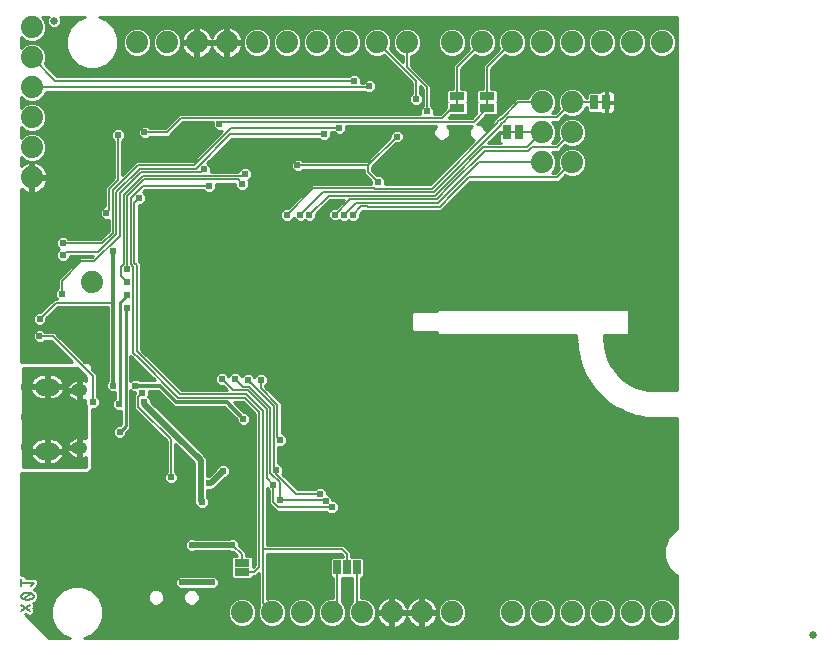
<source format=gbl>
G75*
%MOIN*%
%OFA0B0*%
%FSLAX25Y25*%
%IPPOS*%
%LPD*%
%AMOC8*
5,1,8,0,0,1.08239X$1,22.5*
%
%ADD10C,0.00800*%
%ADD11C,0.05512*%
%ADD12C,0.03937*%
%ADD13C,0.07400*%
%ADD14R,0.05000X0.02500*%
%ADD15R,0.01000X0.01600*%
%ADD16R,0.02500X0.05000*%
%ADD17R,0.01600X0.01000*%
%ADD18C,0.02500*%
%ADD19C,0.02381*%
%ADD20C,0.02400*%
%ADD21C,0.01000*%
%ADD22C,0.02000*%
%ADD23C,0.00600*%
%ADD24C,0.01200*%
D10*
X0064733Y0045450D02*
X0067533Y0047317D01*
X0066833Y0051600D02*
X0066721Y0051598D01*
X0066609Y0051593D01*
X0066497Y0051584D01*
X0066386Y0051571D01*
X0066275Y0051555D01*
X0066164Y0051535D01*
X0066055Y0051511D01*
X0065946Y0051484D01*
X0065838Y0051454D01*
X0065731Y0051420D01*
X0065625Y0051383D01*
X0065521Y0051342D01*
X0065418Y0051298D01*
X0065316Y0051250D01*
X0065317Y0051249D02*
X0065264Y0051229D01*
X0065213Y0051206D01*
X0065164Y0051179D01*
X0065116Y0051149D01*
X0065070Y0051116D01*
X0065027Y0051081D01*
X0064986Y0051042D01*
X0064947Y0051001D01*
X0064911Y0050957D01*
X0064879Y0050911D01*
X0064849Y0050864D01*
X0064823Y0050814D01*
X0064799Y0050762D01*
X0064780Y0050710D01*
X0064763Y0050656D01*
X0064751Y0050601D01*
X0064741Y0050545D01*
X0064736Y0050489D01*
X0064734Y0050433D01*
X0064736Y0050377D01*
X0064741Y0050321D01*
X0064751Y0050265D01*
X0064763Y0050210D01*
X0064780Y0050156D01*
X0064799Y0050104D01*
X0064823Y0050052D01*
X0064849Y0050002D01*
X0064879Y0049955D01*
X0064911Y0049909D01*
X0064947Y0049865D01*
X0064986Y0049824D01*
X0065027Y0049785D01*
X0065070Y0049750D01*
X0065116Y0049717D01*
X0065164Y0049687D01*
X0065213Y0049660D01*
X0065264Y0049637D01*
X0065317Y0049617D01*
X0065667Y0049500D02*
X0068000Y0051367D01*
X0068350Y0051249D02*
X0068403Y0051229D01*
X0068454Y0051206D01*
X0068503Y0051179D01*
X0068551Y0051149D01*
X0068597Y0051116D01*
X0068640Y0051081D01*
X0068681Y0051042D01*
X0068720Y0051001D01*
X0068756Y0050957D01*
X0068788Y0050911D01*
X0068818Y0050864D01*
X0068844Y0050814D01*
X0068868Y0050762D01*
X0068887Y0050710D01*
X0068904Y0050656D01*
X0068916Y0050601D01*
X0068926Y0050545D01*
X0068931Y0050489D01*
X0068933Y0050433D01*
X0068931Y0050377D01*
X0068926Y0050321D01*
X0068916Y0050265D01*
X0068904Y0050210D01*
X0068887Y0050156D01*
X0068868Y0050104D01*
X0068844Y0050052D01*
X0068818Y0050002D01*
X0068788Y0049955D01*
X0068755Y0049909D01*
X0068720Y0049865D01*
X0068681Y0049824D01*
X0068640Y0049785D01*
X0068597Y0049750D01*
X0068551Y0049717D01*
X0068503Y0049687D01*
X0068454Y0049660D01*
X0068403Y0049637D01*
X0068350Y0049617D01*
X0068350Y0051250D02*
X0068248Y0051298D01*
X0068145Y0051342D01*
X0068041Y0051383D01*
X0067935Y0051420D01*
X0067828Y0051454D01*
X0067720Y0051484D01*
X0067611Y0051511D01*
X0067502Y0051535D01*
X0067391Y0051555D01*
X0067280Y0051571D01*
X0067169Y0051584D01*
X0067057Y0051593D01*
X0066945Y0051598D01*
X0066833Y0051600D01*
X0066833Y0049267D02*
X0066945Y0049269D01*
X0067057Y0049274D01*
X0067169Y0049283D01*
X0067280Y0049296D01*
X0067391Y0049312D01*
X0067502Y0049332D01*
X0067611Y0049356D01*
X0067720Y0049383D01*
X0067828Y0049413D01*
X0067935Y0049447D01*
X0068041Y0049484D01*
X0068145Y0049525D01*
X0068248Y0049569D01*
X0068350Y0049617D01*
X0067533Y0045450D02*
X0064733Y0047317D01*
X0065316Y0049617D02*
X0065418Y0049569D01*
X0065521Y0049525D01*
X0065625Y0049484D01*
X0065731Y0049447D01*
X0065838Y0049413D01*
X0065946Y0049383D01*
X0066055Y0049356D01*
X0066164Y0049332D01*
X0066275Y0049312D01*
X0066386Y0049296D01*
X0066497Y0049283D01*
X0066609Y0049274D01*
X0066721Y0049269D01*
X0066833Y0049267D01*
X0068000Y0053767D02*
X0068933Y0054933D01*
X0064733Y0054933D01*
X0064733Y0053767D02*
X0064733Y0056100D01*
D11*
X0071991Y0098758D02*
X0074747Y0098758D01*
X0074747Y0120254D02*
X0071991Y0120254D01*
D12*
X0083510Y0119067D02*
X0084692Y0119067D01*
X0083510Y0119067D02*
X0083510Y0119067D01*
X0084692Y0119067D01*
X0084692Y0119067D01*
X0084692Y0099933D02*
X0083510Y0099933D01*
X0083510Y0099933D01*
X0084692Y0099933D01*
X0084692Y0099933D01*
D13*
X0088333Y0155000D03*
X0068333Y0190000D03*
X0068333Y0200000D03*
X0068333Y0210000D03*
X0068333Y0220000D03*
X0068333Y0230000D03*
X0068333Y0240000D03*
X0103333Y0235000D03*
X0113333Y0235000D03*
X0123333Y0235000D03*
X0133333Y0235000D03*
X0143333Y0235000D03*
X0153333Y0235000D03*
X0163333Y0235000D03*
X0173333Y0235000D03*
X0183333Y0235000D03*
X0193333Y0235000D03*
X0208333Y0235000D03*
X0218333Y0235000D03*
X0228333Y0235000D03*
X0238333Y0235000D03*
X0248333Y0235000D03*
X0258333Y0235000D03*
X0268333Y0235000D03*
X0278333Y0235000D03*
X0248333Y0215000D03*
X0238333Y0215000D03*
X0238333Y0205000D03*
X0248333Y0205000D03*
X0248333Y0195000D03*
X0238333Y0195000D03*
X0238333Y0045000D03*
X0228333Y0045000D03*
X0208333Y0045000D03*
X0198333Y0045000D03*
X0188333Y0045000D03*
X0178333Y0045000D03*
X0168333Y0045000D03*
X0158333Y0045000D03*
X0148333Y0045000D03*
X0138333Y0045000D03*
X0248333Y0045000D03*
X0258333Y0045000D03*
X0268333Y0045000D03*
X0278333Y0045000D03*
D14*
X0138333Y0058400D03*
X0138333Y0061600D03*
X0210066Y0213000D03*
X0210066Y0217000D03*
X0220066Y0217000D03*
X0220066Y0213000D03*
D15*
X0220066Y0215000D03*
X0210066Y0215000D03*
D16*
X0226833Y0205000D03*
X0230833Y0205000D03*
X0255833Y0215000D03*
X0259833Y0215000D03*
X0176533Y0060000D03*
X0173333Y0060000D03*
X0170133Y0060000D03*
D17*
X0228833Y0205000D03*
X0257833Y0215000D03*
D18*
X0075833Y0242000D03*
X0328833Y0037500D03*
D19*
X0279963Y0059256D03*
X0273829Y0063390D03*
X0278463Y0067524D03*
X0273829Y0071657D03*
X0265562Y0067524D03*
X0257294Y0071657D03*
X0265562Y0075791D03*
X0273829Y0079925D03*
X0265562Y0084059D03*
X0273829Y0088193D03*
X0265562Y0092327D03*
X0273829Y0096461D03*
X0265562Y0100594D03*
X0273829Y0104728D03*
X0275424Y0108772D03*
X0282097Y0108862D03*
X0282097Y0100594D03*
X0282097Y0092327D03*
X0282097Y0084059D03*
X0282097Y0075791D03*
X0265562Y0059256D03*
X0257294Y0063390D03*
X0249026Y0067524D03*
X0240759Y0071657D03*
X0249026Y0075791D03*
X0240759Y0079925D03*
X0249026Y0084059D03*
X0240759Y0088193D03*
X0249026Y0092327D03*
X0240759Y0096461D03*
X0249026Y0100594D03*
X0240759Y0104728D03*
X0249026Y0108862D03*
X0240759Y0112996D03*
X0249026Y0117130D03*
X0253983Y0120583D03*
X0251483Y0124717D03*
X0249983Y0128850D03*
X0248483Y0132984D03*
X0248483Y0136618D03*
X0244349Y0136618D03*
X0240215Y0136618D03*
X0236081Y0136618D03*
X0231948Y0136618D03*
X0227814Y0136618D03*
X0223680Y0136618D03*
X0219546Y0136618D03*
X0215412Y0136618D03*
X0211278Y0136618D03*
X0207144Y0136618D03*
X0201644Y0127118D03*
X0190144Y0138465D03*
X0181837Y0142598D03*
X0190144Y0146732D03*
X0181837Y0150866D03*
X0190144Y0155000D03*
X0181837Y0159134D03*
X0190144Y0163268D03*
X0181837Y0167402D03*
X0190144Y0171535D03*
X0175296Y0177500D03*
X0172314Y0177500D03*
X0169333Y0177619D03*
X0160833Y0177500D03*
X0157833Y0177500D03*
X0153333Y0177500D03*
X0149259Y0175689D03*
X0141054Y0171154D03*
X0149259Y0167421D03*
X0141054Y0163386D03*
X0149259Y0159154D03*
X0141054Y0155118D03*
X0149259Y0150886D03*
X0141054Y0146850D03*
X0149259Y0142618D03*
X0141054Y0139083D03*
X0132723Y0142618D03*
X0124455Y0142618D03*
X0116495Y0138484D03*
X0116495Y0146752D03*
X0124455Y0150886D03*
X0116495Y0155020D03*
X0124455Y0159154D03*
X0116495Y0163287D03*
X0124455Y0167421D03*
X0116495Y0171555D03*
X0106014Y0180535D03*
X0104146Y0183087D03*
X0125618Y0192631D03*
X0127333Y0187250D03*
X0138430Y0187856D03*
X0139403Y0191206D03*
X0137066Y0194000D03*
X0130833Y0207659D03*
X0105833Y0205000D03*
X0132723Y0175689D03*
X0132723Y0167421D03*
X0132723Y0159154D03*
X0132723Y0150886D03*
X0132723Y0134350D03*
X0131680Y0122750D03*
X0136010Y0122750D03*
X0140341Y0122500D03*
X0144672Y0122500D03*
X0149259Y0134350D03*
X0157589Y0132815D03*
X0157589Y0139083D03*
X0165794Y0142618D03*
X0173570Y0138965D03*
X0173570Y0132697D03*
X0173570Y0146732D03*
X0165794Y0150886D03*
X0173570Y0155000D03*
X0165794Y0159154D03*
X0173570Y0163268D03*
X0165794Y0167421D03*
X0173570Y0171035D03*
X0157589Y0171154D03*
X0157589Y0163386D03*
X0157589Y0155118D03*
X0157589Y0146850D03*
X0141933Y0110800D03*
X0152333Y0107700D03*
X0151083Y0102500D03*
X0149833Y0092500D03*
X0148833Y0087500D03*
X0150924Y0082500D03*
X0140033Y0067700D03*
X0131733Y0064400D03*
X0128233Y0055000D03*
X0118333Y0055000D03*
X0103933Y0069100D03*
X0108333Y0077882D03*
X0118333Y0089882D03*
X0090533Y0109682D03*
X0089333Y0104882D03*
X0088643Y0115134D03*
X0104144Y0125618D03*
X0080333Y0136382D03*
X0070833Y0131382D03*
X0065833Y0120000D03*
X0065833Y0110000D03*
X0065833Y0100000D03*
X0080233Y0069100D03*
X0155833Y0057800D03*
X0179188Y0065990D03*
X0197388Y0065990D03*
X0207688Y0063390D03*
X0207688Y0071657D03*
X0215955Y0067524D03*
X0224223Y0071657D03*
X0232491Y0067524D03*
X0224223Y0063390D03*
X0215955Y0059256D03*
X0232491Y0059256D03*
X0240759Y0063390D03*
X0249026Y0059256D03*
X0232491Y0075791D03*
X0224223Y0079925D03*
X0215955Y0075791D03*
X0215955Y0084059D03*
X0224223Y0088193D03*
X0215955Y0092327D03*
X0224223Y0096461D03*
X0215955Y0100594D03*
X0224223Y0104728D03*
X0232491Y0100594D03*
X0232491Y0092327D03*
X0232491Y0084059D03*
X0207688Y0079925D03*
X0207688Y0088193D03*
X0208188Y0093961D03*
X0207688Y0104728D03*
X0207688Y0112996D03*
X0215955Y0108862D03*
X0224223Y0112996D03*
X0215955Y0117130D03*
X0232491Y0117130D03*
X0240759Y0121264D03*
X0240759Y0129531D03*
X0260459Y0133138D03*
X0259959Y0136772D03*
X0261959Y0129004D03*
X0264459Y0124870D03*
X0267633Y0128425D03*
X0271633Y0124425D03*
X0268459Y0121736D03*
X0273459Y0120236D03*
X0277593Y0120236D03*
X0278593Y0124370D03*
X0281727Y0120236D03*
X0281727Y0128504D03*
X0281727Y0136772D03*
X0273459Y0128504D03*
X0257483Y0116449D03*
X0262983Y0112315D03*
X0268656Y0109772D03*
X0257294Y0104728D03*
X0257294Y0096461D03*
X0257294Y0088193D03*
X0257294Y0079925D03*
X0232491Y0108862D03*
X0281727Y0145039D03*
X0281727Y0153307D03*
X0281727Y0161575D03*
X0273459Y0165709D03*
X0265192Y0169843D03*
X0273459Y0173976D03*
X0265192Y0178110D03*
X0273459Y0182244D03*
X0265192Y0186378D03*
X0273459Y0190512D03*
X0265192Y0194646D03*
X0273459Y0198780D03*
X0265192Y0202913D03*
X0273459Y0207047D03*
X0265192Y0211181D03*
X0273459Y0215315D03*
X0265192Y0219449D03*
X0273459Y0223583D03*
X0281727Y0227717D03*
X0281727Y0219449D03*
X0281727Y0211181D03*
X0281727Y0202913D03*
X0281727Y0194646D03*
X0281727Y0186378D03*
X0281727Y0178110D03*
X0281727Y0169843D03*
X0273459Y0157441D03*
X0265192Y0161575D03*
X0265192Y0153307D03*
X0264034Y0147232D03*
X0260400Y0147232D03*
X0256266Y0147232D03*
X0252133Y0147232D03*
X0250133Y0153425D03*
X0256924Y0153307D03*
X0256924Y0157441D03*
X0248656Y0161575D03*
X0242656Y0161575D03*
X0231948Y0163268D03*
X0227814Y0163268D03*
X0223680Y0163268D03*
X0219546Y0163268D03*
X0215412Y0163268D03*
X0211278Y0163268D03*
X0207144Y0163268D03*
X0211278Y0159134D03*
X0207144Y0155000D03*
X0211278Y0150866D03*
X0211278Y0147232D03*
X0207144Y0147232D03*
X0215412Y0147232D03*
X0219546Y0147232D03*
X0219546Y0150866D03*
X0223680Y0147232D03*
X0232471Y0147232D03*
X0232459Y0151118D03*
X0232448Y0155000D03*
X0231948Y0159134D03*
X0227814Y0159134D03*
X0223680Y0155000D03*
X0219546Y0159134D03*
X0215412Y0155000D03*
X0215585Y0170843D03*
X0223853Y0170843D03*
X0232121Y0170843D03*
X0232121Y0179110D03*
X0223853Y0179110D03*
X0215585Y0179110D03*
X0207318Y0179110D03*
X0207318Y0170843D03*
X0215585Y0187378D03*
X0223853Y0187378D03*
X0232121Y0187378D03*
X0240388Y0182244D03*
X0248656Y0178110D03*
X0240388Y0173976D03*
X0242656Y0169843D03*
X0248656Y0169843D03*
X0256924Y0173976D03*
X0256924Y0165709D03*
X0236605Y0150866D03*
X0236605Y0147232D03*
X0240739Y0147232D03*
X0256924Y0182244D03*
X0248656Y0186378D03*
X0256924Y0190512D03*
X0256924Y0198780D03*
X0256924Y0207047D03*
X0256924Y0223583D03*
X0248656Y0223583D03*
X0223333Y0202382D03*
X0200066Y0212000D03*
X0196316Y0216122D03*
X0190066Y0203619D03*
X0170833Y0206409D03*
X0165833Y0204319D03*
X0156816Y0194000D03*
X0183714Y0188387D03*
X0100083Y0159331D03*
X0100083Y0155000D03*
X0078333Y0151250D03*
X0078833Y0145882D03*
X0070860Y0142698D03*
X0078605Y0164094D03*
X0078605Y0168031D03*
D20*
X0093183Y0178120D03*
X0087433Y0179800D03*
X0091233Y0183700D03*
X0095443Y0165390D03*
X0100083Y0150669D03*
X0100083Y0146339D03*
X0070833Y0137000D03*
X0095283Y0120600D03*
X0102833Y0120600D03*
X0104969Y0118100D03*
X0105833Y0115000D03*
X0097247Y0114314D03*
X0097533Y0105100D03*
X0114593Y0090000D03*
X0108333Y0082500D03*
X0124962Y0081735D03*
X0127408Y0088135D03*
X0131968Y0092128D03*
X0138833Y0109500D03*
X0164448Y0084600D03*
X0166191Y0082100D03*
X0168333Y0080000D03*
X0135180Y0067500D03*
X0121533Y0067500D03*
X0141633Y0187400D03*
X0145633Y0199400D03*
X0141833Y0217500D03*
X0116833Y0217800D03*
X0097073Y0204040D03*
X0093333Y0205000D03*
X0120833Y0199300D03*
X0175833Y0222286D03*
X0180833Y0220486D03*
X0190833Y0199200D03*
X0075333Y0238300D03*
D21*
X0074860Y0239650D02*
X0076807Y0239650D01*
X0078183Y0241027D01*
X0078183Y0242973D01*
X0077657Y0243500D01*
X0085859Y0243500D01*
X0083349Y0242460D01*
X0083349Y0242460D01*
X0080873Y0239985D01*
X0080873Y0239985D01*
X0079533Y0236750D01*
X0079533Y0233250D01*
X0080873Y0230015D01*
X0083349Y0227540D01*
X0086583Y0226200D01*
X0090084Y0226200D01*
X0093318Y0227540D01*
X0093318Y0227540D01*
X0095794Y0230015D01*
X0095794Y0230015D01*
X0095794Y0230015D01*
X0097133Y0233250D01*
X0097133Y0236750D01*
X0095794Y0239985D01*
X0093318Y0242460D01*
X0090808Y0243500D01*
X0283333Y0243500D01*
X0283333Y0118970D01*
X0276342Y0118970D01*
X0274079Y0119118D01*
X0271871Y0119557D01*
X0269739Y0120281D01*
X0267720Y0121276D01*
X0265848Y0122527D01*
X0264156Y0124011D01*
X0262671Y0125704D01*
X0261421Y0127576D01*
X0260425Y0129595D01*
X0259701Y0131727D01*
X0259262Y0133935D01*
X0259114Y0136198D01*
X0259114Y0137538D01*
X0267086Y0137538D01*
X0267090Y0137543D01*
X0267382Y0137834D01*
X0267382Y0138252D01*
X0267382Y0145527D01*
X0267382Y0145552D01*
X0267382Y0145945D01*
X0267236Y0146091D01*
X0267086Y0146241D01*
X0204094Y0146241D01*
X0204094Y0146241D01*
X0203675Y0146241D01*
X0203380Y0145945D01*
X0203380Y0145470D01*
X0195397Y0145470D01*
X0194753Y0144826D01*
X0194753Y0139190D01*
X0195397Y0138546D01*
X0203380Y0138546D01*
X0203380Y0137834D01*
X0203675Y0137538D01*
X0249836Y0137538D01*
X0249836Y0136373D01*
X0249824Y0136359D01*
X0249836Y0136166D01*
X0249836Y0135972D01*
X0249849Y0135959D01*
X0250016Y0133192D01*
X0249996Y0133164D01*
X0250028Y0132988D01*
X0250039Y0132810D01*
X0250065Y0132787D01*
X0250568Y0130043D01*
X0250552Y0130012D01*
X0250605Y0129842D01*
X0250637Y0129666D01*
X0250666Y0129646D01*
X0251496Y0126983D01*
X0251483Y0126950D01*
X0251557Y0126788D01*
X0251610Y0126617D01*
X0251641Y0126601D01*
X0252786Y0124057D01*
X0252777Y0124023D01*
X0252870Y0123870D01*
X0252943Y0123708D01*
X0252976Y0123695D01*
X0254419Y0121308D01*
X0254414Y0121274D01*
X0254525Y0121133D01*
X0254617Y0120980D01*
X0254651Y0120972D01*
X0256371Y0118776D01*
X0256371Y0118741D01*
X0256497Y0118615D01*
X0256607Y0118474D01*
X0256642Y0118470D01*
X0258614Y0116498D01*
X0258619Y0116463D01*
X0258759Y0116353D01*
X0258886Y0116227D01*
X0258920Y0116227D01*
X0261116Y0114506D01*
X0261124Y0114473D01*
X0261277Y0114380D01*
X0261418Y0114270D01*
X0261453Y0114274D01*
X0263840Y0112831D01*
X0263852Y0112799D01*
X0264015Y0112725D01*
X0264168Y0112633D01*
X0264202Y0112641D01*
X0266745Y0111496D01*
X0266761Y0111466D01*
X0266932Y0111412D01*
X0267095Y0111339D01*
X0267127Y0111351D01*
X0269790Y0110522D01*
X0269810Y0110493D01*
X0269986Y0110461D01*
X0270156Y0110408D01*
X0270187Y0110424D01*
X0272931Y0109921D01*
X0272954Y0109895D01*
X0273132Y0109884D01*
X0273308Y0109852D01*
X0273337Y0109872D01*
X0276104Y0109704D01*
X0276116Y0109692D01*
X0276310Y0109692D01*
X0276504Y0109680D01*
X0276517Y0109692D01*
X0283333Y0109692D01*
X0283333Y0072661D01*
X0282849Y0072460D01*
X0282849Y0072460D01*
X0280373Y0069985D01*
X0280373Y0069985D01*
X0279033Y0066750D01*
X0279033Y0063250D01*
X0280373Y0060015D01*
X0282849Y0057540D01*
X0283333Y0057339D01*
X0283333Y0036500D01*
X0085808Y0036500D01*
X0088318Y0037540D01*
X0088318Y0037540D01*
X0090794Y0040015D01*
X0090794Y0040015D01*
X0092133Y0043250D01*
X0092133Y0046750D01*
X0090794Y0049985D01*
X0088318Y0052460D01*
X0085084Y0053800D01*
X0081583Y0053800D01*
X0078349Y0052460D01*
X0075873Y0049985D01*
X0075873Y0049985D01*
X0075873Y0049985D01*
X0074533Y0046750D01*
X0074533Y0043250D01*
X0075873Y0040015D01*
X0078349Y0037540D01*
X0080859Y0036500D01*
X0073955Y0036500D01*
X0065978Y0044477D01*
X0066133Y0044581D01*
X0067218Y0043857D01*
X0068437Y0044101D01*
X0069126Y0045135D01*
X0068882Y0046353D01*
X0068837Y0046383D01*
X0068882Y0046413D01*
X0069126Y0047632D01*
X0068777Y0048156D01*
X0068924Y0048228D01*
X0069553Y0048443D01*
X0070433Y0049676D01*
X0070433Y0051191D01*
X0069553Y0052423D01*
X0069553Y0052423D01*
X0069553Y0052423D01*
X0068998Y0052613D01*
X0070053Y0053931D01*
X0070433Y0054312D01*
X0070433Y0054407D01*
X0070493Y0054481D01*
X0070433Y0055016D01*
X0070433Y0055555D01*
X0070366Y0055622D01*
X0070356Y0055716D01*
X0069935Y0056053D01*
X0069555Y0056433D01*
X0069459Y0056433D01*
X0069385Y0056493D01*
X0068850Y0056433D01*
X0066233Y0056433D01*
X0066233Y0056721D01*
X0065355Y0057600D01*
X0064833Y0057600D01*
X0064833Y0091500D01*
X0087162Y0091500D01*
X0088333Y0092672D01*
X0088333Y0112844D01*
X0089592Y0112844D01*
X0090933Y0114185D01*
X0090933Y0116083D01*
X0090043Y0116973D01*
X0090043Y0124270D01*
X0088333Y0125980D01*
X0088333Y0127328D01*
X0087162Y0128500D01*
X0085813Y0128500D01*
X0084983Y0129330D01*
X0076733Y0137580D01*
X0075913Y0138400D01*
X0072686Y0138400D01*
X0071786Y0139300D01*
X0069881Y0139300D01*
X0068533Y0137953D01*
X0068533Y0136047D01*
X0069881Y0134700D01*
X0071786Y0134700D01*
X0072686Y0135600D01*
X0074753Y0135600D01*
X0081853Y0128500D01*
X0064833Y0128500D01*
X0064833Y0186146D01*
X0064946Y0186034D01*
X0065608Y0185553D01*
X0066337Y0185181D01*
X0067116Y0184928D01*
X0067833Y0184814D01*
X0067833Y0189500D01*
X0068833Y0189500D01*
X0068833Y0184814D01*
X0069551Y0184928D01*
X0070329Y0185181D01*
X0071059Y0185553D01*
X0071721Y0186034D01*
X0072300Y0186612D01*
X0072781Y0187275D01*
X0073152Y0188004D01*
X0073405Y0188782D01*
X0073519Y0189500D01*
X0068833Y0189500D01*
X0068833Y0190500D01*
X0067833Y0190500D01*
X0067833Y0195186D01*
X0067116Y0195072D01*
X0066337Y0194819D01*
X0065608Y0194447D01*
X0064946Y0193966D01*
X0064833Y0193854D01*
X0064833Y0196712D01*
X0065614Y0195931D01*
X0067379Y0195200D01*
X0069288Y0195200D01*
X0071052Y0195931D01*
X0072403Y0197281D01*
X0073133Y0199045D01*
X0073133Y0200955D01*
X0072403Y0202719D01*
X0071052Y0204069D01*
X0069288Y0204800D01*
X0067379Y0204800D01*
X0065614Y0204069D01*
X0064833Y0203288D01*
X0064833Y0206712D01*
X0065614Y0205931D01*
X0067379Y0205200D01*
X0069288Y0205200D01*
X0071052Y0205931D01*
X0072403Y0207281D01*
X0073133Y0209045D01*
X0073133Y0210955D01*
X0072403Y0212719D01*
X0071052Y0214069D01*
X0069288Y0214800D01*
X0067379Y0214800D01*
X0065614Y0214069D01*
X0064833Y0213288D01*
X0064833Y0216712D01*
X0065614Y0215931D01*
X0067379Y0215200D01*
X0069288Y0215200D01*
X0071052Y0215931D01*
X0072403Y0217281D01*
X0072949Y0218600D01*
X0179466Y0218600D01*
X0179881Y0218186D01*
X0181786Y0218186D01*
X0183133Y0219533D01*
X0183133Y0221439D01*
X0181786Y0222786D01*
X0179881Y0222786D01*
X0178533Y0221439D01*
X0178533Y0221400D01*
X0178133Y0221400D01*
X0178133Y0223239D01*
X0176786Y0224586D01*
X0174881Y0224586D01*
X0173981Y0223686D01*
X0076627Y0223686D01*
X0072587Y0227726D01*
X0073133Y0229045D01*
X0073133Y0230955D01*
X0072403Y0232719D01*
X0071052Y0234069D01*
X0069288Y0234800D01*
X0067379Y0234800D01*
X0065614Y0234069D01*
X0064833Y0233288D01*
X0064833Y0236712D01*
X0065614Y0235931D01*
X0067379Y0235200D01*
X0069288Y0235200D01*
X0071052Y0235931D01*
X0072403Y0237281D01*
X0073133Y0239045D01*
X0073133Y0240955D01*
X0072403Y0242719D01*
X0071622Y0243500D01*
X0074010Y0243500D01*
X0073483Y0242973D01*
X0073483Y0241027D01*
X0074860Y0239650D01*
X0074815Y0239695D02*
X0073133Y0239695D01*
X0073133Y0240693D02*
X0073817Y0240693D01*
X0073483Y0241692D02*
X0072828Y0241692D01*
X0072414Y0242690D02*
X0073483Y0242690D01*
X0076852Y0239695D02*
X0080753Y0239695D01*
X0080339Y0238696D02*
X0072989Y0238696D01*
X0072575Y0237698D02*
X0079926Y0237698D01*
X0079533Y0236699D02*
X0071821Y0236699D01*
X0070497Y0235701D02*
X0079533Y0235701D01*
X0079533Y0234702D02*
X0069524Y0234702D01*
X0071418Y0233704D02*
X0079533Y0233704D01*
X0079759Y0232705D02*
X0072408Y0232705D01*
X0072822Y0231707D02*
X0080172Y0231707D01*
X0080586Y0230708D02*
X0073133Y0230708D01*
X0073133Y0229710D02*
X0081179Y0229710D01*
X0080873Y0230015D02*
X0080873Y0230015D01*
X0082177Y0228711D02*
X0072995Y0228711D01*
X0072601Y0227713D02*
X0083176Y0227713D01*
X0083349Y0227540D02*
X0083349Y0227540D01*
X0085342Y0226714D02*
X0073599Y0226714D01*
X0074598Y0225716D02*
X0190638Y0225716D01*
X0189639Y0226714D02*
X0091325Y0226714D01*
X0093491Y0227713D02*
X0188641Y0227713D01*
X0187642Y0228711D02*
X0094490Y0228711D01*
X0095488Y0229710D02*
X0186644Y0229710D01*
X0185645Y0230708D02*
X0185515Y0230708D01*
X0185607Y0230746D02*
X0194916Y0221438D01*
X0194916Y0217961D01*
X0194025Y0217071D01*
X0194025Y0215173D01*
X0195367Y0213831D01*
X0197264Y0213831D01*
X0198606Y0215173D01*
X0198606Y0217071D01*
X0197716Y0217961D01*
X0197716Y0220335D01*
X0198666Y0219385D01*
X0198666Y0213839D01*
X0197775Y0212949D01*
X0197775Y0211150D01*
X0117503Y0211150D01*
X0112753Y0206400D01*
X0107673Y0206400D01*
X0106782Y0207291D01*
X0104885Y0207291D01*
X0103543Y0205949D01*
X0103543Y0204051D01*
X0104885Y0202709D01*
X0106782Y0202709D01*
X0107673Y0203600D01*
X0113913Y0203600D01*
X0114733Y0204420D01*
X0118663Y0208350D01*
X0128543Y0208350D01*
X0128543Y0206711D01*
X0129885Y0205369D01*
X0131722Y0205369D01*
X0121894Y0195541D01*
X0103175Y0195541D01*
X0102354Y0194720D01*
X0098473Y0190839D01*
X0098473Y0202187D01*
X0099373Y0203087D01*
X0099373Y0204993D01*
X0098026Y0206340D01*
X0096121Y0206340D01*
X0094773Y0204993D01*
X0094773Y0203087D01*
X0095673Y0202187D01*
X0095673Y0189737D01*
X0093503Y0187566D01*
X0092683Y0186746D01*
X0092683Y0180420D01*
X0092231Y0180420D01*
X0090883Y0179073D01*
X0090883Y0177167D01*
X0092231Y0175820D01*
X0093883Y0175820D01*
X0093883Y0172174D01*
X0091141Y0169431D01*
X0080445Y0169431D01*
X0079554Y0170322D01*
X0077656Y0170322D01*
X0076315Y0168980D01*
X0076315Y0167083D01*
X0077334Y0166063D01*
X0076315Y0165043D01*
X0076315Y0163146D01*
X0077656Y0161804D01*
X0079554Y0161804D01*
X0080896Y0163146D01*
X0080896Y0163694D01*
X0088798Y0163694D01*
X0088507Y0163404D01*
X0084257Y0163404D01*
X0083437Y0162584D01*
X0077753Y0156900D01*
X0076933Y0156080D01*
X0076933Y0153089D01*
X0076043Y0152199D01*
X0076043Y0150301D01*
X0076819Y0149525D01*
X0075708Y0149525D01*
X0074888Y0148705D01*
X0071171Y0144988D01*
X0069912Y0144988D01*
X0068570Y0143646D01*
X0068570Y0141749D01*
X0069912Y0140407D01*
X0071809Y0140407D01*
X0073151Y0141749D01*
X0073151Y0143008D01*
X0076868Y0146725D01*
X0093583Y0146725D01*
X0093583Y0122153D01*
X0092983Y0121553D01*
X0092983Y0119647D01*
X0094331Y0118300D01*
X0095983Y0118300D01*
X0095983Y0116303D01*
X0094947Y0115266D01*
X0094947Y0113361D01*
X0096294Y0112014D01*
X0097947Y0112014D01*
X0097947Y0107776D01*
X0097571Y0107400D01*
X0096581Y0107400D01*
X0095233Y0106053D01*
X0095233Y0104147D01*
X0096581Y0102800D01*
X0098486Y0102800D01*
X0099833Y0104147D01*
X0099833Y0105137D01*
X0100210Y0105514D01*
X0101147Y0106451D01*
X0101147Y0119034D01*
X0101881Y0118300D01*
X0102669Y0118300D01*
X0102669Y0117780D01*
X0102333Y0117444D01*
X0102333Y0113050D01*
X0103153Y0112230D01*
X0103153Y0112230D01*
X0103448Y0111935D01*
X0113193Y0102190D01*
X0113193Y0091853D01*
X0112293Y0090953D01*
X0112293Y0089047D01*
X0113640Y0087700D01*
X0115546Y0087700D01*
X0116893Y0089047D01*
X0116893Y0090953D01*
X0115993Y0091853D01*
X0115993Y0101270D01*
X0122462Y0094801D01*
X0122462Y0081265D01*
X0122662Y0081065D01*
X0122662Y0080782D01*
X0124009Y0079435D01*
X0125915Y0079435D01*
X0127262Y0080782D01*
X0127262Y0082687D01*
X0126662Y0083287D01*
X0126662Y0085835D01*
X0128360Y0085835D01*
X0128560Y0086035D01*
X0128844Y0086035D01*
X0130074Y0087265D01*
X0132638Y0089828D01*
X0132921Y0089828D01*
X0134268Y0091176D01*
X0134268Y0093081D01*
X0132921Y0094428D01*
X0131015Y0094428D01*
X0129668Y0093081D01*
X0129668Y0092798D01*
X0127304Y0090435D01*
X0126662Y0090435D01*
X0126662Y0096541D01*
X0118883Y0104320D01*
X0108133Y0115070D01*
X0108133Y0115953D01*
X0107104Y0116982D01*
X0107269Y0117147D01*
X0107269Y0118900D01*
X0110308Y0118900D01*
X0115794Y0113414D01*
X0132516Y0113414D01*
X0136533Y0109396D01*
X0136533Y0108547D01*
X0137881Y0107200D01*
X0139786Y0107200D01*
X0141133Y0108547D01*
X0141133Y0110453D01*
X0139786Y0111800D01*
X0138937Y0111800D01*
X0135524Y0115214D01*
X0138645Y0115214D01*
X0142733Y0111125D01*
X0142733Y0060780D01*
X0141933Y0059980D01*
X0141933Y0063306D01*
X0141289Y0063950D01*
X0139733Y0063950D01*
X0139733Y0064926D01*
X0138913Y0065746D01*
X0137480Y0067180D01*
X0137480Y0068453D01*
X0136132Y0069800D01*
X0134227Y0069800D01*
X0134027Y0069600D01*
X0122686Y0069600D01*
X0122486Y0069800D01*
X0120581Y0069800D01*
X0119233Y0068453D01*
X0119233Y0066547D01*
X0120581Y0065200D01*
X0122486Y0065200D01*
X0122686Y0065400D01*
X0134027Y0065400D01*
X0134227Y0065200D01*
X0135500Y0065200D01*
X0136750Y0063950D01*
X0135378Y0063950D01*
X0134733Y0063306D01*
X0134733Y0056694D01*
X0135378Y0056050D01*
X0141289Y0056050D01*
X0141933Y0056694D01*
X0141933Y0057000D01*
X0142913Y0057000D01*
X0143933Y0058020D01*
X0143933Y0047420D01*
X0144080Y0047274D01*
X0143533Y0045955D01*
X0143533Y0044045D01*
X0144264Y0042281D01*
X0145614Y0040931D01*
X0147379Y0040200D01*
X0149288Y0040200D01*
X0151052Y0040931D01*
X0152403Y0042281D01*
X0153133Y0044045D01*
X0153133Y0045955D01*
X0152403Y0047719D01*
X0151052Y0049069D01*
X0149288Y0049800D01*
X0147379Y0049800D01*
X0146733Y0049533D01*
X0146733Y0064600D01*
X0171253Y0064600D01*
X0171933Y0063920D01*
X0171933Y0063600D01*
X0168428Y0063600D01*
X0167783Y0062956D01*
X0167783Y0057044D01*
X0168428Y0056400D01*
X0168733Y0056400D01*
X0168733Y0049800D01*
X0167379Y0049800D01*
X0165614Y0049069D01*
X0164264Y0047719D01*
X0163533Y0045955D01*
X0163533Y0044045D01*
X0164264Y0042281D01*
X0165614Y0040931D01*
X0167379Y0040200D01*
X0169288Y0040200D01*
X0171052Y0040931D01*
X0172403Y0042281D01*
X0173133Y0044045D01*
X0173133Y0045955D01*
X0172403Y0047719D01*
X0171533Y0048588D01*
X0171533Y0056400D01*
X0175133Y0056400D01*
X0175133Y0048588D01*
X0174264Y0047719D01*
X0173533Y0045955D01*
X0173533Y0044045D01*
X0174264Y0042281D01*
X0175614Y0040931D01*
X0177379Y0040200D01*
X0179288Y0040200D01*
X0181052Y0040931D01*
X0182403Y0042281D01*
X0183133Y0044045D01*
X0183133Y0045955D01*
X0182403Y0047719D01*
X0181052Y0049069D01*
X0179288Y0049800D01*
X0177933Y0049800D01*
X0177933Y0056400D01*
X0178239Y0056400D01*
X0178883Y0057044D01*
X0178883Y0062956D01*
X0178239Y0063600D01*
X0174733Y0063600D01*
X0174733Y0065080D01*
X0173233Y0066580D01*
X0172413Y0067400D01*
X0146733Y0067400D01*
X0146733Y0086361D01*
X0147433Y0085661D01*
X0147433Y0081054D01*
X0149067Y0079420D01*
X0149887Y0078600D01*
X0166481Y0078600D01*
X0167381Y0077700D01*
X0169286Y0077700D01*
X0170633Y0079047D01*
X0170633Y0080953D01*
X0169286Y0082300D01*
X0168491Y0082300D01*
X0168491Y0083053D01*
X0167143Y0084400D01*
X0166748Y0084400D01*
X0166748Y0085553D01*
X0165401Y0086900D01*
X0163495Y0086900D01*
X0162595Y0086000D01*
X0156967Y0086000D01*
X0151770Y0091197D01*
X0152124Y0091551D01*
X0152124Y0093449D01*
X0150782Y0094791D01*
X0150333Y0094791D01*
X0150333Y0100209D01*
X0152032Y0100209D01*
X0153374Y0101551D01*
X0153374Y0103449D01*
X0152032Y0104791D01*
X0151533Y0104791D01*
X0151533Y0114770D01*
X0146072Y0120232D01*
X0146072Y0120661D01*
X0146962Y0121551D01*
X0146962Y0123449D01*
X0145621Y0124791D01*
X0143723Y0124791D01*
X0142507Y0123574D01*
X0141290Y0124791D01*
X0139392Y0124791D01*
X0138301Y0123699D01*
X0136959Y0125041D01*
X0135062Y0125041D01*
X0133845Y0123824D01*
X0132629Y0125041D01*
X0130731Y0125041D01*
X0129389Y0123699D01*
X0129389Y0121801D01*
X0130731Y0120459D01*
X0131990Y0120459D01*
X0133236Y0119214D01*
X0118197Y0119214D01*
X0104783Y0132627D01*
X0104783Y0152616D01*
X0104774Y0152626D01*
X0104774Y0161274D01*
X0103954Y0162094D01*
X0103883Y0162164D01*
X0103883Y0180797D01*
X0105095Y0180797D01*
X0106437Y0182139D01*
X0106437Y0184036D01*
X0105276Y0185197D01*
X0105929Y0185850D01*
X0125494Y0185850D01*
X0126385Y0184959D01*
X0128282Y0184959D01*
X0129624Y0186301D01*
X0129624Y0187941D01*
X0136139Y0187941D01*
X0136139Y0186907D01*
X0137481Y0185566D01*
X0139379Y0185566D01*
X0140720Y0186907D01*
X0140720Y0188805D01*
X0140481Y0189044D01*
X0141693Y0190257D01*
X0141693Y0192154D01*
X0140352Y0193496D01*
X0138454Y0193496D01*
X0137112Y0192154D01*
X0137112Y0191941D01*
X0127909Y0191941D01*
X0127909Y0193580D01*
X0126749Y0194739D01*
X0134929Y0202919D01*
X0163994Y0202919D01*
X0164885Y0202028D01*
X0166782Y0202028D01*
X0168124Y0203370D01*
X0168124Y0205009D01*
X0168994Y0205009D01*
X0169885Y0204119D01*
X0171782Y0204119D01*
X0173124Y0205461D01*
X0173124Y0207100D01*
X0203106Y0207100D01*
X0202577Y0206571D01*
X0202155Y0205552D01*
X0202155Y0204448D01*
X0202577Y0203429D01*
X0203357Y0202649D01*
X0204376Y0202227D01*
X0205479Y0202227D01*
X0206499Y0202649D01*
X0207279Y0203429D01*
X0207701Y0204448D01*
X0207701Y0205552D01*
X0207279Y0206571D01*
X0206750Y0207100D01*
X0214917Y0207100D01*
X0214388Y0206571D01*
X0213966Y0205552D01*
X0213966Y0204448D01*
X0214388Y0203429D01*
X0215168Y0202649D01*
X0215829Y0202375D01*
X0201150Y0187696D01*
X0186005Y0187696D01*
X0186005Y0189336D01*
X0184663Y0190678D01*
X0183404Y0190678D01*
X0181847Y0192235D01*
X0181847Y0193420D01*
X0189755Y0201328D01*
X0191014Y0201328D01*
X0192356Y0202670D01*
X0192356Y0204568D01*
X0191014Y0205909D01*
X0189117Y0205909D01*
X0187775Y0204568D01*
X0187775Y0203308D01*
X0179867Y0195400D01*
X0158655Y0195400D01*
X0157764Y0196291D01*
X0155867Y0196291D01*
X0154525Y0194949D01*
X0154525Y0193051D01*
X0155867Y0191709D01*
X0157764Y0191709D01*
X0158655Y0192600D01*
X0179047Y0192600D01*
X0179047Y0191075D01*
X0179867Y0190255D01*
X0181424Y0188698D01*
X0181424Y0187700D01*
X0161553Y0187700D01*
X0160733Y0186880D01*
X0153644Y0179791D01*
X0152385Y0179791D01*
X0151043Y0178449D01*
X0151043Y0176551D01*
X0152385Y0175209D01*
X0154282Y0175209D01*
X0155583Y0176511D01*
X0156885Y0175209D01*
X0158782Y0175209D01*
X0159333Y0175761D01*
X0159885Y0175209D01*
X0161782Y0175209D01*
X0163124Y0176551D01*
X0163124Y0177811D01*
X0167813Y0182500D01*
X0172235Y0182500D01*
X0169644Y0179909D01*
X0168385Y0179909D01*
X0167043Y0178568D01*
X0167043Y0176670D01*
X0168385Y0175328D01*
X0170282Y0175328D01*
X0170764Y0175811D01*
X0171366Y0175209D01*
X0173263Y0175209D01*
X0173805Y0175751D01*
X0174347Y0175209D01*
X0176244Y0175209D01*
X0177586Y0176551D01*
X0177586Y0177811D01*
X0178675Y0178900D01*
X0179780Y0178900D01*
X0179783Y0178896D01*
X0204795Y0178896D01*
X0209399Y0183500D01*
X0209407Y0183500D01*
X0214507Y0188600D01*
X0243913Y0188600D01*
X0246060Y0190746D01*
X0247379Y0190200D01*
X0249288Y0190200D01*
X0251052Y0190931D01*
X0252403Y0192281D01*
X0253133Y0194045D01*
X0253133Y0195955D01*
X0252403Y0197719D01*
X0251052Y0199069D01*
X0249288Y0199800D01*
X0247379Y0199800D01*
X0245614Y0199069D01*
X0244264Y0197719D01*
X0243533Y0195955D01*
X0243533Y0194045D01*
X0244080Y0192726D01*
X0242753Y0191400D01*
X0241522Y0191400D01*
X0242403Y0192281D01*
X0243133Y0194045D01*
X0243133Y0195955D01*
X0242403Y0197719D01*
X0241522Y0198600D01*
X0243913Y0198600D01*
X0244733Y0199420D01*
X0246060Y0200746D01*
X0247379Y0200200D01*
X0249288Y0200200D01*
X0251052Y0200931D01*
X0252403Y0202281D01*
X0253133Y0204045D01*
X0253133Y0205955D01*
X0252403Y0207719D01*
X0251052Y0209069D01*
X0249288Y0209800D01*
X0247379Y0209800D01*
X0245614Y0209069D01*
X0244264Y0207719D01*
X0243533Y0205955D01*
X0243533Y0204045D01*
X0244080Y0202726D01*
X0242753Y0201400D01*
X0241522Y0201400D01*
X0242403Y0202281D01*
X0243133Y0204045D01*
X0243133Y0205955D01*
X0242403Y0207719D01*
X0241522Y0208600D01*
X0243913Y0208600D01*
X0244733Y0209420D01*
X0246060Y0210746D01*
X0247379Y0210200D01*
X0249288Y0210200D01*
X0251052Y0210931D01*
X0252403Y0212281D01*
X0252949Y0213600D01*
X0253483Y0213600D01*
X0253483Y0212044D01*
X0254128Y0211400D01*
X0257539Y0211400D01*
X0257550Y0211412D01*
X0257662Y0211300D01*
X0258004Y0211102D01*
X0258386Y0211000D01*
X0259708Y0211000D01*
X0259708Y0214019D01*
X0259733Y0214044D01*
X0259733Y0214875D01*
X0259958Y0214875D01*
X0259958Y0211000D01*
X0261281Y0211000D01*
X0261662Y0211102D01*
X0262004Y0211300D01*
X0262284Y0211579D01*
X0262481Y0211921D01*
X0262583Y0212303D01*
X0262583Y0214875D01*
X0259958Y0214875D01*
X0259958Y0215125D01*
X0259733Y0215125D01*
X0259733Y0215956D01*
X0259708Y0215981D01*
X0259708Y0219000D01*
X0258386Y0219000D01*
X0258004Y0218898D01*
X0257662Y0218700D01*
X0257550Y0218588D01*
X0257539Y0218600D01*
X0254128Y0218600D01*
X0253483Y0217956D01*
X0253483Y0216400D01*
X0252949Y0216400D01*
X0252403Y0217719D01*
X0251052Y0219069D01*
X0249288Y0219800D01*
X0247379Y0219800D01*
X0245614Y0219069D01*
X0244264Y0217719D01*
X0243533Y0215955D01*
X0243533Y0214045D01*
X0244080Y0212726D01*
X0242753Y0211400D01*
X0241522Y0211400D01*
X0242403Y0212281D01*
X0243133Y0214045D01*
X0243133Y0215955D01*
X0242403Y0217719D01*
X0241052Y0219069D01*
X0239288Y0219800D01*
X0237379Y0219800D01*
X0235614Y0219069D01*
X0234264Y0217719D01*
X0233718Y0216400D01*
X0229853Y0216400D01*
X0229033Y0215580D01*
X0224453Y0211000D01*
X0224134Y0211000D01*
X0222083Y0208950D01*
X0222083Y0208630D01*
X0219364Y0205910D01*
X0219090Y0206571D01*
X0218310Y0207351D01*
X0217290Y0207773D01*
X0216819Y0207773D01*
X0216966Y0207920D01*
X0219695Y0210650D01*
X0223021Y0210650D01*
X0223666Y0211294D01*
X0223666Y0214706D01*
X0223371Y0215000D01*
X0223666Y0215294D01*
X0223666Y0218706D01*
X0223021Y0219350D01*
X0221466Y0219350D01*
X0221466Y0226152D01*
X0226060Y0230746D01*
X0227379Y0230200D01*
X0229288Y0230200D01*
X0231052Y0230931D01*
X0232403Y0232281D01*
X0233133Y0234045D01*
X0233133Y0235955D01*
X0232403Y0237719D01*
X0231052Y0239069D01*
X0229288Y0239800D01*
X0227379Y0239800D01*
X0225614Y0239069D01*
X0224264Y0237719D01*
X0223533Y0235955D01*
X0223533Y0234045D01*
X0224080Y0232726D01*
X0218666Y0227312D01*
X0218666Y0219350D01*
X0217110Y0219350D01*
X0216466Y0218706D01*
X0216466Y0215294D01*
X0216760Y0215000D01*
X0216466Y0214706D01*
X0216466Y0211380D01*
X0214986Y0209900D01*
X0207195Y0209900D01*
X0207945Y0210650D01*
X0213021Y0210650D01*
X0213666Y0211294D01*
X0213666Y0214706D01*
X0213371Y0215000D01*
X0213666Y0215294D01*
X0213666Y0218706D01*
X0213021Y0219350D01*
X0211466Y0219350D01*
X0211466Y0226152D01*
X0216060Y0230746D01*
X0217379Y0230200D01*
X0219288Y0230200D01*
X0221052Y0230931D01*
X0222403Y0232281D01*
X0223133Y0234045D01*
X0223133Y0235955D01*
X0222403Y0237719D01*
X0221052Y0239069D01*
X0219288Y0239800D01*
X0217379Y0239800D01*
X0215614Y0239069D01*
X0214264Y0237719D01*
X0213533Y0235955D01*
X0213533Y0234045D01*
X0214080Y0232726D01*
X0208666Y0227312D01*
X0208666Y0219350D01*
X0207110Y0219350D01*
X0206466Y0218706D01*
X0206466Y0215294D01*
X0206760Y0215000D01*
X0206466Y0214706D01*
X0206466Y0213130D01*
X0204486Y0211150D01*
X0202356Y0211150D01*
X0202356Y0212949D01*
X0201466Y0213839D01*
X0201466Y0220545D01*
X0194733Y0227277D01*
X0194733Y0230384D01*
X0196052Y0230931D01*
X0197403Y0232281D01*
X0198133Y0234045D01*
X0198133Y0235955D01*
X0197403Y0237719D01*
X0196052Y0239069D01*
X0194288Y0239800D01*
X0192379Y0239800D01*
X0190614Y0239069D01*
X0189264Y0237719D01*
X0188533Y0235955D01*
X0188533Y0234045D01*
X0189264Y0232281D01*
X0190614Y0230931D01*
X0191933Y0230384D01*
X0191933Y0228380D01*
X0187587Y0232726D01*
X0188133Y0234045D01*
X0188133Y0235955D01*
X0187403Y0237719D01*
X0186052Y0239069D01*
X0184288Y0239800D01*
X0182379Y0239800D01*
X0180614Y0239069D01*
X0179264Y0237719D01*
X0178533Y0235955D01*
X0178533Y0234045D01*
X0179264Y0232281D01*
X0180614Y0230931D01*
X0182379Y0230200D01*
X0184288Y0230200D01*
X0185607Y0230746D01*
X0187608Y0232705D02*
X0189088Y0232705D01*
X0188675Y0233704D02*
X0187992Y0233704D01*
X0188133Y0234702D02*
X0188533Y0234702D01*
X0188533Y0235701D02*
X0188133Y0235701D01*
X0187825Y0236699D02*
X0188842Y0236699D01*
X0189255Y0237698D02*
X0187411Y0237698D01*
X0186425Y0238696D02*
X0190241Y0238696D01*
X0192125Y0239695D02*
X0184542Y0239695D01*
X0182125Y0239695D02*
X0174542Y0239695D01*
X0174288Y0239800D02*
X0172379Y0239800D01*
X0170614Y0239069D01*
X0169264Y0237719D01*
X0168533Y0235955D01*
X0168533Y0234045D01*
X0169264Y0232281D01*
X0170614Y0230931D01*
X0172379Y0230200D01*
X0174288Y0230200D01*
X0176052Y0230931D01*
X0177403Y0232281D01*
X0178133Y0234045D01*
X0178133Y0235955D01*
X0177403Y0237719D01*
X0176052Y0239069D01*
X0174288Y0239800D01*
X0172125Y0239695D02*
X0164542Y0239695D01*
X0164288Y0239800D02*
X0162379Y0239800D01*
X0160614Y0239069D01*
X0159264Y0237719D01*
X0158533Y0235955D01*
X0158533Y0234045D01*
X0159264Y0232281D01*
X0160614Y0230931D01*
X0162379Y0230200D01*
X0164288Y0230200D01*
X0166052Y0230931D01*
X0167403Y0232281D01*
X0168133Y0234045D01*
X0168133Y0235955D01*
X0167403Y0237719D01*
X0166052Y0239069D01*
X0164288Y0239800D01*
X0162125Y0239695D02*
X0154542Y0239695D01*
X0154288Y0239800D02*
X0152379Y0239800D01*
X0150614Y0239069D01*
X0149264Y0237719D01*
X0148533Y0235955D01*
X0148533Y0234045D01*
X0149264Y0232281D01*
X0150614Y0230931D01*
X0152379Y0230200D01*
X0154288Y0230200D01*
X0156052Y0230931D01*
X0157403Y0232281D01*
X0158133Y0234045D01*
X0158133Y0235955D01*
X0157403Y0237719D01*
X0156052Y0239069D01*
X0154288Y0239800D01*
X0152125Y0239695D02*
X0144542Y0239695D01*
X0144288Y0239800D02*
X0142379Y0239800D01*
X0140614Y0239069D01*
X0139264Y0237719D01*
X0138533Y0235955D01*
X0138533Y0234045D01*
X0139264Y0232281D01*
X0140614Y0230931D01*
X0142379Y0230200D01*
X0144288Y0230200D01*
X0146052Y0230931D01*
X0147403Y0232281D01*
X0148133Y0234045D01*
X0148133Y0235955D01*
X0147403Y0237719D01*
X0146052Y0239069D01*
X0144288Y0239800D01*
X0142125Y0239695D02*
X0135573Y0239695D01*
X0135329Y0239819D02*
X0134551Y0240072D01*
X0133833Y0240186D01*
X0133833Y0235500D01*
X0132833Y0235500D01*
X0132833Y0234500D01*
X0123833Y0234500D01*
X0123833Y0229814D01*
X0124551Y0229928D01*
X0125329Y0230181D01*
X0126059Y0230553D01*
X0126721Y0231034D01*
X0127300Y0231612D01*
X0127781Y0232275D01*
X0128152Y0233004D01*
X0128333Y0233561D01*
X0128514Y0233004D01*
X0128886Y0232275D01*
X0129367Y0231612D01*
X0129946Y0231034D01*
X0130608Y0230553D01*
X0131337Y0230181D01*
X0132116Y0229928D01*
X0132833Y0229814D01*
X0132833Y0234500D01*
X0133833Y0234500D01*
X0133833Y0229814D01*
X0134551Y0229928D01*
X0135329Y0230181D01*
X0136059Y0230553D01*
X0136721Y0231034D01*
X0137300Y0231612D01*
X0137781Y0232275D01*
X0138152Y0233004D01*
X0138405Y0233782D01*
X0138519Y0234500D01*
X0133833Y0234500D01*
X0133833Y0235500D01*
X0138519Y0235500D01*
X0138405Y0236218D01*
X0138152Y0236996D01*
X0137781Y0237725D01*
X0137300Y0238388D01*
X0136721Y0238966D01*
X0136059Y0239447D01*
X0135329Y0239819D01*
X0133833Y0239695D02*
X0132833Y0239695D01*
X0132833Y0240186D02*
X0132116Y0240072D01*
X0131337Y0239819D01*
X0130608Y0239447D01*
X0129946Y0238966D01*
X0129367Y0238388D01*
X0128886Y0237725D01*
X0128514Y0236996D01*
X0128333Y0236439D01*
X0128152Y0236996D01*
X0127781Y0237725D01*
X0127300Y0238388D01*
X0126721Y0238966D01*
X0126059Y0239447D01*
X0125329Y0239819D01*
X0124551Y0240072D01*
X0123833Y0240186D01*
X0123833Y0235500D01*
X0122833Y0235500D01*
X0122833Y0234500D01*
X0118148Y0234500D01*
X0118261Y0233782D01*
X0118514Y0233004D01*
X0118886Y0232275D01*
X0119367Y0231612D01*
X0119946Y0231034D01*
X0120608Y0230553D01*
X0121337Y0230181D01*
X0122116Y0229928D01*
X0122833Y0229814D01*
X0122833Y0234500D01*
X0123833Y0234500D01*
X0123833Y0235500D01*
X0128519Y0235500D01*
X0132833Y0235500D01*
X0132833Y0240186D01*
X0132833Y0238696D02*
X0133833Y0238696D01*
X0133833Y0237698D02*
X0132833Y0237698D01*
X0132833Y0236699D02*
X0133833Y0236699D01*
X0133833Y0235701D02*
X0132833Y0235701D01*
X0132833Y0234702D02*
X0123833Y0234702D01*
X0123833Y0233704D02*
X0122833Y0233704D01*
X0122833Y0234702D02*
X0118133Y0234702D01*
X0118133Y0234045D02*
X0118133Y0235955D01*
X0117403Y0237719D01*
X0116052Y0239069D01*
X0114288Y0239800D01*
X0112379Y0239800D01*
X0110614Y0239069D01*
X0109264Y0237719D01*
X0108533Y0235955D01*
X0108533Y0234045D01*
X0109264Y0232281D01*
X0110614Y0230931D01*
X0112379Y0230200D01*
X0114288Y0230200D01*
X0116052Y0230931D01*
X0117403Y0232281D01*
X0118133Y0234045D01*
X0117992Y0233704D02*
X0118287Y0233704D01*
X0118666Y0232705D02*
X0117578Y0232705D01*
X0116828Y0231707D02*
X0119298Y0231707D01*
X0120394Y0230708D02*
X0115515Y0230708D01*
X0111152Y0230708D02*
X0105515Y0230708D01*
X0106052Y0230931D02*
X0107403Y0232281D01*
X0108133Y0234045D01*
X0108133Y0235955D01*
X0107403Y0237719D01*
X0106052Y0239069D01*
X0104288Y0239800D01*
X0102379Y0239800D01*
X0100614Y0239069D01*
X0099264Y0237719D01*
X0098533Y0235955D01*
X0098533Y0234045D01*
X0099264Y0232281D01*
X0100614Y0230931D01*
X0102379Y0230200D01*
X0104288Y0230200D01*
X0106052Y0230931D01*
X0106828Y0231707D02*
X0109838Y0231707D01*
X0109088Y0232705D02*
X0107578Y0232705D01*
X0107992Y0233704D02*
X0108675Y0233704D01*
X0108533Y0234702D02*
X0108133Y0234702D01*
X0108133Y0235701D02*
X0108533Y0235701D01*
X0108842Y0236699D02*
X0107825Y0236699D01*
X0107411Y0237698D02*
X0109255Y0237698D01*
X0110241Y0238696D02*
X0106425Y0238696D01*
X0104542Y0239695D02*
X0112125Y0239695D01*
X0114542Y0239695D02*
X0121093Y0239695D01*
X0121337Y0239819D02*
X0120608Y0239447D01*
X0119946Y0238966D01*
X0119367Y0238388D01*
X0118886Y0237725D01*
X0118514Y0236996D01*
X0118261Y0236218D01*
X0118148Y0235500D01*
X0122833Y0235500D01*
X0122833Y0240186D01*
X0122116Y0240072D01*
X0121337Y0239819D01*
X0122833Y0239695D02*
X0123833Y0239695D01*
X0123833Y0238696D02*
X0122833Y0238696D01*
X0122833Y0237698D02*
X0123833Y0237698D01*
X0123833Y0236699D02*
X0122833Y0236699D01*
X0122833Y0235701D02*
X0123833Y0235701D01*
X0123833Y0232705D02*
X0122833Y0232705D01*
X0122833Y0231707D02*
X0123833Y0231707D01*
X0123833Y0230708D02*
X0122833Y0230708D01*
X0126273Y0230708D02*
X0130394Y0230708D01*
X0129298Y0231707D02*
X0127368Y0231707D01*
X0128000Y0232705D02*
X0128666Y0232705D01*
X0128418Y0236699D02*
X0128249Y0236699D01*
X0127795Y0237698D02*
X0128872Y0237698D01*
X0129676Y0238696D02*
X0126991Y0238696D01*
X0125573Y0239695D02*
X0131093Y0239695D01*
X0133833Y0234702D02*
X0138533Y0234702D01*
X0138533Y0235701D02*
X0138487Y0235701D01*
X0138249Y0236699D02*
X0138842Y0236699D01*
X0139255Y0237698D02*
X0137795Y0237698D01*
X0136991Y0238696D02*
X0140241Y0238696D01*
X0138675Y0233704D02*
X0138380Y0233704D01*
X0138000Y0232705D02*
X0139088Y0232705D01*
X0139838Y0231707D02*
X0137368Y0231707D01*
X0136273Y0230708D02*
X0141152Y0230708D01*
X0145515Y0230708D02*
X0151152Y0230708D01*
X0149838Y0231707D02*
X0146828Y0231707D01*
X0147578Y0232705D02*
X0149088Y0232705D01*
X0148675Y0233704D02*
X0147992Y0233704D01*
X0148133Y0234702D02*
X0148533Y0234702D01*
X0148533Y0235701D02*
X0148133Y0235701D01*
X0147825Y0236699D02*
X0148842Y0236699D01*
X0149255Y0237698D02*
X0147411Y0237698D01*
X0146425Y0238696D02*
X0150241Y0238696D01*
X0156425Y0238696D02*
X0160241Y0238696D01*
X0159255Y0237698D02*
X0157411Y0237698D01*
X0157825Y0236699D02*
X0158842Y0236699D01*
X0158533Y0235701D02*
X0158133Y0235701D01*
X0158133Y0234702D02*
X0158533Y0234702D01*
X0158675Y0233704D02*
X0157992Y0233704D01*
X0157578Y0232705D02*
X0159088Y0232705D01*
X0159838Y0231707D02*
X0156828Y0231707D01*
X0155515Y0230708D02*
X0161152Y0230708D01*
X0165515Y0230708D02*
X0171152Y0230708D01*
X0169838Y0231707D02*
X0166828Y0231707D01*
X0167578Y0232705D02*
X0169088Y0232705D01*
X0168675Y0233704D02*
X0167992Y0233704D01*
X0168133Y0234702D02*
X0168533Y0234702D01*
X0168533Y0235701D02*
X0168133Y0235701D01*
X0167825Y0236699D02*
X0168842Y0236699D01*
X0169255Y0237698D02*
X0167411Y0237698D01*
X0166425Y0238696D02*
X0170241Y0238696D01*
X0176425Y0238696D02*
X0180241Y0238696D01*
X0179255Y0237698D02*
X0177411Y0237698D01*
X0177825Y0236699D02*
X0178842Y0236699D01*
X0178533Y0235701D02*
X0178133Y0235701D01*
X0178133Y0234702D02*
X0178533Y0234702D01*
X0178675Y0233704D02*
X0177992Y0233704D01*
X0177578Y0232705D02*
X0179088Y0232705D01*
X0179838Y0231707D02*
X0176828Y0231707D01*
X0175515Y0230708D02*
X0181152Y0230708D01*
X0188606Y0231707D02*
X0189838Y0231707D01*
X0189605Y0230708D02*
X0191152Y0230708D01*
X0190603Y0229710D02*
X0191933Y0229710D01*
X0191933Y0228711D02*
X0191602Y0228711D01*
X0194733Y0228711D02*
X0210065Y0228711D01*
X0211063Y0229710D02*
X0194733Y0229710D01*
X0195515Y0230708D02*
X0206152Y0230708D01*
X0205614Y0230931D02*
X0207379Y0230200D01*
X0209288Y0230200D01*
X0211052Y0230931D01*
X0212403Y0232281D01*
X0213133Y0234045D01*
X0213133Y0235955D01*
X0212403Y0237719D01*
X0211052Y0239069D01*
X0209288Y0239800D01*
X0207379Y0239800D01*
X0205614Y0239069D01*
X0204264Y0237719D01*
X0203533Y0235955D01*
X0203533Y0234045D01*
X0204264Y0232281D01*
X0205614Y0230931D01*
X0204838Y0231707D02*
X0196828Y0231707D01*
X0197578Y0232705D02*
X0204088Y0232705D01*
X0203675Y0233704D02*
X0197992Y0233704D01*
X0198133Y0234702D02*
X0203533Y0234702D01*
X0203533Y0235701D02*
X0198133Y0235701D01*
X0197825Y0236699D02*
X0203842Y0236699D01*
X0204255Y0237698D02*
X0197411Y0237698D01*
X0196425Y0238696D02*
X0205241Y0238696D01*
X0207125Y0239695D02*
X0194542Y0239695D01*
X0194733Y0227713D02*
X0209066Y0227713D01*
X0208666Y0226714D02*
X0195296Y0226714D01*
X0196295Y0225716D02*
X0208666Y0225716D01*
X0208666Y0224717D02*
X0197293Y0224717D01*
X0198292Y0223719D02*
X0208666Y0223719D01*
X0208666Y0222720D02*
X0199290Y0222720D01*
X0200289Y0221722D02*
X0208666Y0221722D01*
X0208666Y0220723D02*
X0201287Y0220723D01*
X0201466Y0219725D02*
X0208666Y0219725D01*
X0206486Y0218726D02*
X0201466Y0218726D01*
X0201466Y0217728D02*
X0206466Y0217728D01*
X0206466Y0216729D02*
X0201466Y0216729D01*
X0201466Y0215731D02*
X0206466Y0215731D01*
X0206492Y0214732D02*
X0201466Y0214732D01*
X0201571Y0213734D02*
X0206466Y0213734D01*
X0206071Y0212735D02*
X0202356Y0212735D01*
X0202356Y0211737D02*
X0205072Y0211737D01*
X0198560Y0213734D02*
X0071388Y0213734D01*
X0072387Y0212735D02*
X0197775Y0212735D01*
X0197775Y0211737D02*
X0072810Y0211737D01*
X0073133Y0210738D02*
X0117091Y0210738D01*
X0116093Y0209739D02*
X0073133Y0209739D01*
X0073007Y0208741D02*
X0115094Y0208741D01*
X0114096Y0207742D02*
X0072594Y0207742D01*
X0071865Y0206744D02*
X0104338Y0206744D01*
X0103543Y0205745D02*
X0098621Y0205745D01*
X0099373Y0204747D02*
X0103543Y0204747D01*
X0103846Y0203748D02*
X0099373Y0203748D01*
X0099036Y0202750D02*
X0104844Y0202750D01*
X0106823Y0202750D02*
X0129103Y0202750D01*
X0128105Y0201751D02*
X0098473Y0201751D01*
X0098473Y0200753D02*
X0127106Y0200753D01*
X0126108Y0199754D02*
X0098473Y0199754D01*
X0098473Y0198756D02*
X0125109Y0198756D01*
X0124111Y0197757D02*
X0098473Y0197757D01*
X0098473Y0196759D02*
X0123112Y0196759D01*
X0122114Y0195760D02*
X0098473Y0195760D01*
X0098473Y0194762D02*
X0102396Y0194762D01*
X0101397Y0193763D02*
X0098473Y0193763D01*
X0098473Y0192765D02*
X0100399Y0192765D01*
X0099400Y0191766D02*
X0098473Y0191766D01*
X0095673Y0191766D02*
X0073227Y0191766D01*
X0073152Y0191996D02*
X0073405Y0191218D01*
X0073519Y0190500D01*
X0068833Y0190500D01*
X0068833Y0195186D01*
X0069551Y0195072D01*
X0070329Y0194819D01*
X0071059Y0194447D01*
X0071721Y0193966D01*
X0072300Y0193388D01*
X0072781Y0192725D01*
X0073152Y0191996D01*
X0072752Y0192765D02*
X0095673Y0192765D01*
X0095673Y0193763D02*
X0071924Y0193763D01*
X0070442Y0194762D02*
X0095673Y0194762D01*
X0095673Y0195760D02*
X0070641Y0195760D01*
X0071880Y0196759D02*
X0095673Y0196759D01*
X0095673Y0197757D02*
X0072600Y0197757D01*
X0073013Y0198756D02*
X0095673Y0198756D01*
X0095673Y0199754D02*
X0073133Y0199754D01*
X0073133Y0200753D02*
X0095673Y0200753D01*
X0095673Y0201751D02*
X0072803Y0201751D01*
X0072372Y0202750D02*
X0095111Y0202750D01*
X0094773Y0203748D02*
X0071373Y0203748D01*
X0070605Y0205745D02*
X0095526Y0205745D01*
X0094773Y0204747D02*
X0069416Y0204747D01*
X0067250Y0204747D02*
X0064833Y0204747D01*
X0064833Y0205745D02*
X0066062Y0205745D01*
X0065294Y0203748D02*
X0064833Y0203748D01*
X0064833Y0195760D02*
X0066026Y0195760D01*
X0066225Y0194762D02*
X0064833Y0194762D01*
X0067833Y0194762D02*
X0068833Y0194762D01*
X0068833Y0193763D02*
X0067833Y0193763D01*
X0067833Y0192765D02*
X0068833Y0192765D01*
X0068833Y0191766D02*
X0067833Y0191766D01*
X0067833Y0190768D02*
X0068833Y0190768D01*
X0068833Y0189769D02*
X0095673Y0189769D01*
X0095673Y0190768D02*
X0073477Y0190768D01*
X0073402Y0188771D02*
X0094708Y0188771D01*
X0093709Y0187772D02*
X0073034Y0187772D01*
X0072417Y0186774D02*
X0092711Y0186774D01*
X0092683Y0185775D02*
X0071365Y0185775D01*
X0068833Y0185775D02*
X0067833Y0185775D01*
X0067833Y0186774D02*
X0068833Y0186774D01*
X0068833Y0187772D02*
X0067833Y0187772D01*
X0067833Y0188771D02*
X0068833Y0188771D01*
X0065301Y0185775D02*
X0064833Y0185775D01*
X0064833Y0184777D02*
X0092683Y0184777D01*
X0092683Y0183778D02*
X0064833Y0183778D01*
X0064833Y0182780D02*
X0092683Y0182780D01*
X0092683Y0181781D02*
X0064833Y0181781D01*
X0064833Y0180783D02*
X0092683Y0180783D01*
X0091595Y0179784D02*
X0064833Y0179784D01*
X0064833Y0178786D02*
X0090883Y0178786D01*
X0090883Y0177787D02*
X0064833Y0177787D01*
X0064833Y0176789D02*
X0091262Y0176789D01*
X0093883Y0175790D02*
X0064833Y0175790D01*
X0064833Y0174792D02*
X0093883Y0174792D01*
X0093883Y0173793D02*
X0064833Y0173793D01*
X0064833Y0172795D02*
X0093883Y0172795D01*
X0093505Y0171796D02*
X0064833Y0171796D01*
X0064833Y0170798D02*
X0092507Y0170798D01*
X0091508Y0169799D02*
X0080077Y0169799D01*
X0077133Y0169799D02*
X0064833Y0169799D01*
X0064833Y0168801D02*
X0076315Y0168801D01*
X0076315Y0167802D02*
X0064833Y0167802D01*
X0064833Y0166803D02*
X0076594Y0166803D01*
X0077076Y0165805D02*
X0064833Y0165805D01*
X0064833Y0164806D02*
X0076315Y0164806D01*
X0076315Y0163808D02*
X0064833Y0163808D01*
X0064833Y0162809D02*
X0076651Y0162809D01*
X0077649Y0161811D02*
X0064833Y0161811D01*
X0064833Y0160812D02*
X0081666Y0160812D01*
X0080667Y0159814D02*
X0064833Y0159814D01*
X0064833Y0158815D02*
X0079669Y0158815D01*
X0078670Y0157817D02*
X0064833Y0157817D01*
X0064833Y0156818D02*
X0077672Y0156818D01*
X0076933Y0155820D02*
X0064833Y0155820D01*
X0064833Y0154821D02*
X0076933Y0154821D01*
X0076933Y0153823D02*
X0064833Y0153823D01*
X0064833Y0152824D02*
X0076668Y0152824D01*
X0076043Y0151826D02*
X0064833Y0151826D01*
X0064833Y0150827D02*
X0076043Y0150827D01*
X0076515Y0149829D02*
X0064833Y0149829D01*
X0064833Y0148830D02*
X0075013Y0148830D01*
X0074015Y0147832D02*
X0064833Y0147832D01*
X0064833Y0146833D02*
X0073016Y0146833D01*
X0072018Y0145835D02*
X0064833Y0145835D01*
X0064833Y0144836D02*
X0069760Y0144836D01*
X0068761Y0143838D02*
X0064833Y0143838D01*
X0064833Y0142839D02*
X0068570Y0142839D01*
X0068570Y0141841D02*
X0064833Y0141841D01*
X0064833Y0140842D02*
X0069477Y0140842D01*
X0069426Y0138845D02*
X0064833Y0138845D01*
X0064833Y0137847D02*
X0068533Y0137847D01*
X0068533Y0136848D02*
X0064833Y0136848D01*
X0064833Y0135850D02*
X0068731Y0135850D01*
X0069730Y0134851D02*
X0064833Y0134851D01*
X0064833Y0133853D02*
X0076501Y0133853D01*
X0075502Y0134851D02*
X0071937Y0134851D01*
X0072241Y0138845D02*
X0093583Y0138845D01*
X0093583Y0137847D02*
X0076467Y0137847D01*
X0077465Y0136848D02*
X0093583Y0136848D01*
X0093583Y0135850D02*
X0078464Y0135850D01*
X0079462Y0134851D02*
X0093583Y0134851D01*
X0093583Y0133853D02*
X0080461Y0133853D01*
X0081459Y0132854D02*
X0093583Y0132854D01*
X0093583Y0131856D02*
X0082458Y0131856D01*
X0083456Y0130857D02*
X0093583Y0130857D01*
X0093583Y0129859D02*
X0084455Y0129859D01*
X0085453Y0128860D02*
X0093583Y0128860D01*
X0093583Y0127862D02*
X0087800Y0127862D01*
X0088333Y0126863D02*
X0093583Y0126863D01*
X0093583Y0125865D02*
X0088449Y0125865D01*
X0089447Y0124866D02*
X0093583Y0124866D01*
X0093583Y0123868D02*
X0090043Y0123868D01*
X0090043Y0122869D02*
X0093583Y0122869D01*
X0093301Y0121870D02*
X0090043Y0121870D01*
X0090043Y0120872D02*
X0092983Y0120872D01*
X0092983Y0119873D02*
X0090043Y0119873D01*
X0090043Y0118875D02*
X0093756Y0118875D01*
X0095983Y0117876D02*
X0090043Y0117876D01*
X0090138Y0116878D02*
X0095983Y0116878D01*
X0095560Y0115879D02*
X0090933Y0115879D01*
X0090933Y0114881D02*
X0094947Y0114881D01*
X0094947Y0113882D02*
X0090630Y0113882D01*
X0089632Y0112884D02*
X0095424Y0112884D01*
X0097247Y0114314D02*
X0097583Y0114650D01*
X0097583Y0148169D01*
X0100083Y0150669D01*
X0100083Y0146339D02*
X0099547Y0145802D01*
X0099547Y0107114D01*
X0097533Y0105100D01*
X0095233Y0104896D02*
X0088333Y0104896D01*
X0088333Y0105894D02*
X0095233Y0105894D01*
X0096073Y0106893D02*
X0088333Y0106893D01*
X0088333Y0107891D02*
X0097947Y0107891D01*
X0097947Y0108890D02*
X0088333Y0108890D01*
X0088333Y0109888D02*
X0097947Y0109888D01*
X0097947Y0110887D02*
X0088333Y0110887D01*
X0088333Y0111885D02*
X0097947Y0111885D01*
X0101147Y0111885D02*
X0103498Y0111885D01*
X0103448Y0111935D02*
X0103448Y0111935D01*
X0102500Y0112884D02*
X0101147Y0112884D01*
X0101147Y0113882D02*
X0102333Y0113882D01*
X0102333Y0114881D02*
X0101147Y0114881D01*
X0101147Y0115879D02*
X0102333Y0115879D01*
X0102333Y0116878D02*
X0101147Y0116878D01*
X0101147Y0117876D02*
X0102669Y0117876D01*
X0101306Y0118875D02*
X0101147Y0118875D01*
X0107269Y0118875D02*
X0110333Y0118875D01*
X0111331Y0117876D02*
X0107269Y0117876D01*
X0107208Y0116878D02*
X0112330Y0116878D01*
X0113328Y0115879D02*
X0108133Y0115879D01*
X0108322Y0114881D02*
X0114327Y0114881D01*
X0115325Y0113882D02*
X0109321Y0113882D01*
X0110319Y0112884D02*
X0133045Y0112884D01*
X0134044Y0111885D02*
X0111318Y0111885D01*
X0112316Y0110887D02*
X0135042Y0110887D01*
X0136041Y0109888D02*
X0113315Y0109888D01*
X0114313Y0108890D02*
X0136533Y0108890D01*
X0137189Y0107891D02*
X0115312Y0107891D01*
X0116310Y0106893D02*
X0142733Y0106893D01*
X0142733Y0107891D02*
X0140477Y0107891D01*
X0141133Y0108890D02*
X0142733Y0108890D01*
X0142733Y0109888D02*
X0141133Y0109888D01*
X0140699Y0110887D02*
X0142733Y0110887D01*
X0141973Y0111885D02*
X0138852Y0111885D01*
X0137854Y0112884D02*
X0140975Y0112884D01*
X0139976Y0113882D02*
X0136855Y0113882D01*
X0135857Y0114881D02*
X0138978Y0114881D01*
X0132576Y0119873D02*
X0117537Y0119873D01*
X0116538Y0120872D02*
X0130318Y0120872D01*
X0129389Y0121870D02*
X0115540Y0121870D01*
X0114541Y0122869D02*
X0129389Y0122869D01*
X0129558Y0123868D02*
X0113543Y0123868D01*
X0112544Y0124866D02*
X0130556Y0124866D01*
X0132803Y0124866D02*
X0134887Y0124866D01*
X0133889Y0123868D02*
X0133802Y0123868D01*
X0137134Y0124866D02*
X0252422Y0124866D01*
X0252871Y0123868D02*
X0146544Y0123868D01*
X0146962Y0122869D02*
X0253475Y0122869D01*
X0254079Y0121870D02*
X0146962Y0121870D01*
X0146283Y0120872D02*
X0254729Y0120872D01*
X0255511Y0119873D02*
X0146430Y0119873D01*
X0147429Y0118875D02*
X0256293Y0118875D01*
X0257236Y0117876D02*
X0148427Y0117876D01*
X0149426Y0116878D02*
X0258234Y0116878D01*
X0259364Y0115879D02*
X0150424Y0115879D01*
X0151423Y0114881D02*
X0260638Y0114881D01*
X0262101Y0113882D02*
X0151533Y0113882D01*
X0151533Y0112884D02*
X0263752Y0112884D01*
X0265881Y0111885D02*
X0151533Y0111885D01*
X0151533Y0110887D02*
X0268618Y0110887D01*
X0273062Y0109888D02*
X0151533Y0109888D01*
X0151533Y0108890D02*
X0283333Y0108890D01*
X0283333Y0107891D02*
X0151533Y0107891D01*
X0151533Y0106893D02*
X0283333Y0106893D01*
X0283333Y0105894D02*
X0151533Y0105894D01*
X0151533Y0104896D02*
X0283333Y0104896D01*
X0283333Y0103897D02*
X0152925Y0103897D01*
X0153374Y0102899D02*
X0283333Y0102899D01*
X0283333Y0101900D02*
X0153374Y0101900D01*
X0152724Y0100902D02*
X0283333Y0100902D01*
X0283333Y0099903D02*
X0150333Y0099903D01*
X0150333Y0098905D02*
X0283333Y0098905D01*
X0283333Y0097906D02*
X0150333Y0097906D01*
X0150333Y0096908D02*
X0283333Y0096908D01*
X0283333Y0095909D02*
X0150333Y0095909D01*
X0150333Y0094911D02*
X0283333Y0094911D01*
X0283333Y0093912D02*
X0151660Y0093912D01*
X0152124Y0092914D02*
X0283333Y0092914D01*
X0283333Y0091915D02*
X0152124Y0091915D01*
X0152050Y0090917D02*
X0283333Y0090917D01*
X0283333Y0089918D02*
X0153049Y0089918D01*
X0154047Y0088920D02*
X0283333Y0088920D01*
X0283333Y0087921D02*
X0155046Y0087921D01*
X0156044Y0086923D02*
X0283333Y0086923D01*
X0283333Y0085924D02*
X0166377Y0085924D01*
X0166748Y0084926D02*
X0283333Y0084926D01*
X0283333Y0083927D02*
X0167616Y0083927D01*
X0168491Y0082929D02*
X0283333Y0082929D01*
X0283333Y0081930D02*
X0169656Y0081930D01*
X0170633Y0080932D02*
X0283333Y0080932D01*
X0283333Y0079933D02*
X0170633Y0079933D01*
X0170521Y0078934D02*
X0283333Y0078934D01*
X0283333Y0077936D02*
X0169522Y0077936D01*
X0167145Y0077936D02*
X0146733Y0077936D01*
X0146733Y0078934D02*
X0149553Y0078934D01*
X0148554Y0079933D02*
X0146733Y0079933D01*
X0146733Y0080932D02*
X0147556Y0080932D01*
X0147433Y0081930D02*
X0146733Y0081930D01*
X0146733Y0082929D02*
X0147433Y0082929D01*
X0147433Y0083927D02*
X0146733Y0083927D01*
X0146733Y0084926D02*
X0147433Y0084926D01*
X0147170Y0085924D02*
X0146733Y0085924D01*
X0142733Y0085924D02*
X0128450Y0085924D01*
X0129732Y0086923D02*
X0142733Y0086923D01*
X0142733Y0087921D02*
X0130731Y0087921D01*
X0131729Y0088920D02*
X0142733Y0088920D01*
X0142733Y0089918D02*
X0133010Y0089918D01*
X0134009Y0090917D02*
X0142733Y0090917D01*
X0142733Y0091915D02*
X0134268Y0091915D01*
X0134268Y0092914D02*
X0142733Y0092914D01*
X0142733Y0093912D02*
X0133437Y0093912D01*
X0130499Y0093912D02*
X0126662Y0093912D01*
X0126662Y0092914D02*
X0129668Y0092914D01*
X0128785Y0091915D02*
X0126662Y0091915D01*
X0126662Y0090917D02*
X0127786Y0090917D01*
X0122462Y0090917D02*
X0116893Y0090917D01*
X0116893Y0089918D02*
X0122462Y0089918D01*
X0122462Y0088920D02*
X0116765Y0088920D01*
X0115767Y0087921D02*
X0122462Y0087921D01*
X0122462Y0086923D02*
X0064833Y0086923D01*
X0064833Y0087921D02*
X0113419Y0087921D01*
X0112421Y0088920D02*
X0064833Y0088920D01*
X0064833Y0089918D02*
X0112293Y0089918D01*
X0112293Y0090917D02*
X0064833Y0090917D01*
X0065233Y0093500D02*
X0065233Y0126500D01*
X0083288Y0126500D01*
X0085462Y0124325D01*
X0086333Y0123454D01*
X0086333Y0122141D01*
X0085703Y0122402D01*
X0085033Y0122535D01*
X0084585Y0122535D01*
X0084585Y0119551D01*
X0083617Y0119551D01*
X0083617Y0118583D01*
X0080070Y0118583D01*
X0080175Y0118055D01*
X0080437Y0117424D01*
X0080816Y0116856D01*
X0081299Y0116373D01*
X0081868Y0115993D01*
X0082499Y0115732D01*
X0083169Y0115598D01*
X0083617Y0115598D01*
X0083617Y0118583D01*
X0084585Y0118583D01*
X0084585Y0115598D01*
X0085033Y0115598D01*
X0085703Y0115732D01*
X0086035Y0115869D01*
X0085952Y0115669D01*
X0085952Y0114599D01*
X0086333Y0113679D01*
X0086333Y0103007D01*
X0085703Y0103268D01*
X0085033Y0103402D01*
X0084585Y0103402D01*
X0084585Y0100417D01*
X0083617Y0100417D01*
X0083617Y0099449D01*
X0084585Y0099449D01*
X0084585Y0096465D01*
X0085033Y0096465D01*
X0085703Y0096598D01*
X0086333Y0096859D01*
X0086333Y0093500D01*
X0065233Y0093500D01*
X0065233Y0093912D02*
X0086333Y0093912D01*
X0086333Y0094911D02*
X0076572Y0094911D01*
X0076381Y0094813D02*
X0076978Y0095118D01*
X0077520Y0095511D01*
X0077993Y0095985D01*
X0078387Y0096527D01*
X0078691Y0097124D01*
X0078898Y0097761D01*
X0078977Y0098258D01*
X0073869Y0098258D01*
X0073869Y0099258D01*
X0072869Y0099258D01*
X0072869Y0103013D01*
X0071656Y0103013D01*
X0070995Y0102909D01*
X0070357Y0102702D01*
X0069761Y0102398D01*
X0069219Y0102004D01*
X0068745Y0101530D01*
X0068351Y0100988D01*
X0068047Y0100391D01*
X0067840Y0099754D01*
X0067761Y0099258D01*
X0072869Y0099258D01*
X0072869Y0098258D01*
X0067761Y0098258D01*
X0067840Y0097761D01*
X0068047Y0097124D01*
X0068351Y0096527D01*
X0068745Y0095985D01*
X0069219Y0095511D01*
X0069761Y0095118D01*
X0070357Y0094813D01*
X0070995Y0094606D01*
X0071656Y0094502D01*
X0072869Y0094502D01*
X0072869Y0098258D01*
X0073869Y0098258D01*
X0073869Y0094502D01*
X0075082Y0094502D01*
X0075744Y0094606D01*
X0076381Y0094813D01*
X0077917Y0095909D02*
X0086333Y0095909D01*
X0088333Y0095909D02*
X0113193Y0095909D01*
X0113193Y0094911D02*
X0088333Y0094911D01*
X0088333Y0093912D02*
X0113193Y0093912D01*
X0113193Y0092914D02*
X0088333Y0092914D01*
X0087577Y0091915D02*
X0113193Y0091915D01*
X0115993Y0091915D02*
X0122462Y0091915D01*
X0122462Y0092914D02*
X0115993Y0092914D01*
X0115993Y0093912D02*
X0122462Y0093912D01*
X0122353Y0094911D02*
X0115993Y0094911D01*
X0115993Y0095909D02*
X0121354Y0095909D01*
X0120356Y0096908D02*
X0115993Y0096908D01*
X0115993Y0097906D02*
X0119357Y0097906D01*
X0118359Y0098905D02*
X0115993Y0098905D01*
X0115993Y0099903D02*
X0117360Y0099903D01*
X0116362Y0100902D02*
X0115993Y0100902D01*
X0113193Y0100902D02*
X0088333Y0100902D01*
X0088333Y0101900D02*
X0113193Y0101900D01*
X0112485Y0102899D02*
X0098585Y0102899D01*
X0099583Y0103897D02*
X0111486Y0103897D01*
X0110488Y0104896D02*
X0099833Y0104896D01*
X0100590Y0105894D02*
X0109489Y0105894D01*
X0108491Y0106893D02*
X0101147Y0106893D01*
X0101147Y0107891D02*
X0107492Y0107891D01*
X0106494Y0108890D02*
X0101147Y0108890D01*
X0101147Y0109888D02*
X0105495Y0109888D01*
X0104497Y0110887D02*
X0101147Y0110887D01*
X0095483Y0103897D02*
X0088333Y0103897D01*
X0088333Y0102899D02*
X0096482Y0102899D01*
X0088333Y0099903D02*
X0113193Y0099903D01*
X0113193Y0098905D02*
X0088333Y0098905D01*
X0088333Y0097906D02*
X0113193Y0097906D01*
X0113193Y0096908D02*
X0088333Y0096908D01*
X0084585Y0096908D02*
X0083617Y0096908D01*
X0083617Y0096465D02*
X0083617Y0099449D01*
X0080070Y0099449D01*
X0080175Y0098921D01*
X0080437Y0098290D01*
X0080816Y0097722D01*
X0081299Y0097239D01*
X0081868Y0096859D01*
X0082499Y0096598D01*
X0083169Y0096465D01*
X0083617Y0096465D01*
X0083617Y0097906D02*
X0084585Y0097906D01*
X0084585Y0098905D02*
X0083617Y0098905D01*
X0083617Y0099903D02*
X0078850Y0099903D01*
X0078898Y0099754D02*
X0078691Y0100391D01*
X0078387Y0100988D01*
X0077993Y0101530D01*
X0077520Y0102004D01*
X0076978Y0102398D01*
X0076381Y0102702D01*
X0075744Y0102909D01*
X0075082Y0103013D01*
X0073869Y0103013D01*
X0073869Y0099258D01*
X0078977Y0099258D01*
X0078898Y0099754D01*
X0078431Y0100902D02*
X0080167Y0100902D01*
X0080175Y0100945D02*
X0080437Y0101576D01*
X0080816Y0102144D01*
X0081299Y0102627D01*
X0081868Y0103007D01*
X0082499Y0103268D01*
X0083169Y0103402D01*
X0083617Y0103402D01*
X0083617Y0100417D01*
X0080070Y0100417D01*
X0080175Y0100945D01*
X0080653Y0101900D02*
X0077623Y0101900D01*
X0075774Y0102899D02*
X0081706Y0102899D01*
X0083617Y0102899D02*
X0084585Y0102899D01*
X0084585Y0101900D02*
X0083617Y0101900D01*
X0083617Y0100902D02*
X0084585Y0100902D01*
X0086333Y0103897D02*
X0065233Y0103897D01*
X0065233Y0102899D02*
X0070964Y0102899D01*
X0072869Y0102899D02*
X0073869Y0102899D01*
X0073869Y0101900D02*
X0072869Y0101900D01*
X0072869Y0100902D02*
X0073869Y0100902D01*
X0073869Y0099903D02*
X0072869Y0099903D01*
X0072869Y0098905D02*
X0065233Y0098905D01*
X0065233Y0099903D02*
X0067888Y0099903D01*
X0068307Y0100902D02*
X0065233Y0100902D01*
X0065233Y0101900D02*
X0069115Y0101900D01*
X0067817Y0097906D02*
X0065233Y0097906D01*
X0065233Y0096908D02*
X0068157Y0096908D01*
X0068821Y0095909D02*
X0065233Y0095909D01*
X0065233Y0094911D02*
X0070167Y0094911D01*
X0072869Y0094911D02*
X0073869Y0094911D01*
X0073869Y0095909D02*
X0072869Y0095909D01*
X0072869Y0096908D02*
X0073869Y0096908D01*
X0073869Y0097906D02*
X0072869Y0097906D01*
X0073869Y0098905D02*
X0080182Y0098905D01*
X0080693Y0097906D02*
X0078921Y0097906D01*
X0078581Y0096908D02*
X0081795Y0096908D01*
X0086333Y0104896D02*
X0065233Y0104896D01*
X0065233Y0105894D02*
X0086333Y0105894D01*
X0086333Y0106893D02*
X0065233Y0106893D01*
X0065233Y0107891D02*
X0086333Y0107891D01*
X0086333Y0108890D02*
X0065233Y0108890D01*
X0065233Y0109888D02*
X0086333Y0109888D01*
X0086333Y0110887D02*
X0065233Y0110887D01*
X0065233Y0111885D02*
X0086333Y0111885D01*
X0086333Y0112884D02*
X0065233Y0112884D01*
X0065233Y0113882D02*
X0086249Y0113882D01*
X0085952Y0114881D02*
X0065233Y0114881D01*
X0065233Y0115879D02*
X0082142Y0115879D01*
X0083617Y0115879D02*
X0084585Y0115879D01*
X0084585Y0116878D02*
X0083617Y0116878D01*
X0083617Y0117876D02*
X0084585Y0117876D01*
X0083617Y0118875D02*
X0078774Y0118875D01*
X0078691Y0118620D02*
X0078898Y0119257D01*
X0078977Y0119754D01*
X0073869Y0119754D01*
X0073869Y0120754D01*
X0072869Y0120754D01*
X0072869Y0124510D01*
X0071656Y0124510D01*
X0070995Y0124405D01*
X0070357Y0124198D01*
X0069761Y0123894D01*
X0069219Y0123500D01*
X0068745Y0123026D01*
X0068351Y0122484D01*
X0068047Y0121887D01*
X0067840Y0121250D01*
X0067761Y0120754D01*
X0072869Y0120754D01*
X0072869Y0119754D01*
X0067761Y0119754D01*
X0067840Y0119257D01*
X0068047Y0118620D01*
X0068351Y0118023D01*
X0068745Y0117481D01*
X0069219Y0117007D01*
X0069761Y0116614D01*
X0070357Y0116310D01*
X0070995Y0116103D01*
X0071656Y0115998D01*
X0072869Y0115998D01*
X0072869Y0119754D01*
X0073869Y0119754D01*
X0073869Y0115998D01*
X0075082Y0115998D01*
X0075744Y0116103D01*
X0076381Y0116310D01*
X0076978Y0116614D01*
X0077520Y0117007D01*
X0077993Y0117481D01*
X0078387Y0118023D01*
X0078691Y0118620D01*
X0078280Y0117876D02*
X0080249Y0117876D01*
X0080802Y0116878D02*
X0077341Y0116878D01*
X0073869Y0116878D02*
X0072869Y0116878D01*
X0072869Y0117876D02*
X0073869Y0117876D01*
X0073869Y0118875D02*
X0072869Y0118875D01*
X0072869Y0119873D02*
X0065233Y0119873D01*
X0065233Y0118875D02*
X0067964Y0118875D01*
X0068458Y0117876D02*
X0065233Y0117876D01*
X0065233Y0116878D02*
X0069397Y0116878D01*
X0067780Y0120872D02*
X0065233Y0120872D01*
X0065233Y0121870D02*
X0068042Y0121870D01*
X0068631Y0122869D02*
X0065233Y0122869D01*
X0065233Y0123868D02*
X0069725Y0123868D01*
X0072869Y0123868D02*
X0073869Y0123868D01*
X0073869Y0124510D02*
X0075082Y0124510D01*
X0075744Y0124405D01*
X0076381Y0124198D01*
X0076978Y0123894D01*
X0077520Y0123500D01*
X0077993Y0123026D01*
X0078387Y0122484D01*
X0078691Y0121887D01*
X0078898Y0121250D01*
X0078977Y0120754D01*
X0073869Y0120754D01*
X0073869Y0124510D01*
X0073869Y0122869D02*
X0072869Y0122869D01*
X0072869Y0121870D02*
X0073869Y0121870D01*
X0073869Y0120872D02*
X0072869Y0120872D01*
X0073869Y0119873D02*
X0080134Y0119873D01*
X0080175Y0120079D02*
X0080070Y0119551D01*
X0083617Y0119551D01*
X0083617Y0122535D01*
X0083169Y0122535D01*
X0082499Y0122402D01*
X0081868Y0122141D01*
X0081299Y0121761D01*
X0080816Y0121278D01*
X0080437Y0120710D01*
X0080175Y0120079D01*
X0080545Y0120872D02*
X0078958Y0120872D01*
X0078697Y0121870D02*
X0081463Y0121870D01*
X0083617Y0121870D02*
X0084585Y0121870D01*
X0084585Y0120872D02*
X0083617Y0120872D01*
X0083617Y0119873D02*
X0084585Y0119873D01*
X0086333Y0122869D02*
X0078107Y0122869D01*
X0077013Y0123868D02*
X0085920Y0123868D01*
X0085462Y0124325D02*
X0085462Y0124325D01*
X0084922Y0124866D02*
X0065233Y0124866D01*
X0065233Y0125865D02*
X0083923Y0125865D01*
X0081493Y0128860D02*
X0064833Y0128860D01*
X0064833Y0129859D02*
X0080495Y0129859D01*
X0079496Y0130857D02*
X0064833Y0130857D01*
X0064833Y0131856D02*
X0078498Y0131856D01*
X0077499Y0132854D02*
X0064833Y0132854D01*
X0064833Y0139844D02*
X0093583Y0139844D01*
X0093583Y0140842D02*
X0072244Y0140842D01*
X0073151Y0141841D02*
X0093583Y0141841D01*
X0093583Y0142839D02*
X0073151Y0142839D01*
X0073980Y0143838D02*
X0093583Y0143838D01*
X0093583Y0144836D02*
X0074979Y0144836D01*
X0075977Y0145835D02*
X0093583Y0145835D01*
X0104783Y0145835D02*
X0203380Y0145835D01*
X0194764Y0144836D02*
X0104783Y0144836D01*
X0104783Y0143838D02*
X0194753Y0143838D01*
X0194753Y0142839D02*
X0104783Y0142839D01*
X0104783Y0141841D02*
X0194753Y0141841D01*
X0194753Y0140842D02*
X0104783Y0140842D01*
X0104783Y0139844D02*
X0194753Y0139844D01*
X0195098Y0138845D02*
X0104783Y0138845D01*
X0104783Y0137847D02*
X0203380Y0137847D01*
X0249836Y0136848D02*
X0104783Y0136848D01*
X0104783Y0135850D02*
X0249855Y0135850D01*
X0249916Y0134851D02*
X0104783Y0134851D01*
X0104783Y0133853D02*
X0249976Y0133853D01*
X0250037Y0132854D02*
X0104783Y0132854D01*
X0105555Y0131856D02*
X0250236Y0131856D01*
X0250419Y0130857D02*
X0106553Y0130857D01*
X0107552Y0129859D02*
X0250600Y0129859D01*
X0250911Y0128860D02*
X0108550Y0128860D01*
X0109549Y0127862D02*
X0251222Y0127862D01*
X0251523Y0126863D02*
X0110547Y0126863D01*
X0111546Y0125865D02*
X0251972Y0125865D01*
X0260336Y0129859D02*
X0283333Y0129859D01*
X0283333Y0130857D02*
X0259997Y0130857D01*
X0259676Y0131856D02*
X0283333Y0131856D01*
X0283333Y0132854D02*
X0259477Y0132854D01*
X0259279Y0133853D02*
X0283333Y0133853D01*
X0283333Y0134851D02*
X0259202Y0134851D01*
X0259137Y0135850D02*
X0283333Y0135850D01*
X0283333Y0136848D02*
X0259114Y0136848D01*
X0267382Y0137847D02*
X0283333Y0137847D01*
X0283333Y0138845D02*
X0267382Y0138845D01*
X0267382Y0138252D02*
X0267382Y0138252D01*
X0267382Y0139844D02*
X0283333Y0139844D01*
X0283333Y0140842D02*
X0267382Y0140842D01*
X0267382Y0141841D02*
X0283333Y0141841D01*
X0283333Y0142839D02*
X0267382Y0142839D01*
X0267382Y0143838D02*
X0283333Y0143838D01*
X0283333Y0144836D02*
X0267382Y0144836D01*
X0267382Y0145527D02*
X0267382Y0145527D01*
X0267382Y0145835D02*
X0283333Y0145835D01*
X0283333Y0146833D02*
X0104783Y0146833D01*
X0104783Y0147832D02*
X0283333Y0147832D01*
X0283333Y0148830D02*
X0104783Y0148830D01*
X0104783Y0149829D02*
X0283333Y0149829D01*
X0283333Y0150827D02*
X0104783Y0150827D01*
X0104783Y0151826D02*
X0283333Y0151826D01*
X0283333Y0152824D02*
X0104774Y0152824D01*
X0104774Y0153823D02*
X0283333Y0153823D01*
X0283333Y0154821D02*
X0104774Y0154821D01*
X0104774Y0155820D02*
X0283333Y0155820D01*
X0283333Y0156818D02*
X0104774Y0156818D01*
X0104774Y0157817D02*
X0283333Y0157817D01*
X0283333Y0158815D02*
X0104774Y0158815D01*
X0104774Y0159814D02*
X0283333Y0159814D01*
X0283333Y0160812D02*
X0104774Y0160812D01*
X0104237Y0161811D02*
X0283333Y0161811D01*
X0283333Y0162809D02*
X0103883Y0162809D01*
X0103883Y0163808D02*
X0283333Y0163808D01*
X0283333Y0164806D02*
X0103883Y0164806D01*
X0103883Y0165805D02*
X0283333Y0165805D01*
X0283333Y0166803D02*
X0103883Y0166803D01*
X0103883Y0167802D02*
X0283333Y0167802D01*
X0283333Y0168801D02*
X0103883Y0168801D01*
X0103883Y0169799D02*
X0283333Y0169799D01*
X0283333Y0170798D02*
X0103883Y0170798D01*
X0103883Y0171796D02*
X0283333Y0171796D01*
X0283333Y0172795D02*
X0103883Y0172795D01*
X0103883Y0173793D02*
X0283333Y0173793D01*
X0283333Y0174792D02*
X0103883Y0174792D01*
X0103883Y0175790D02*
X0151804Y0175790D01*
X0151043Y0176789D02*
X0103883Y0176789D01*
X0103883Y0177787D02*
X0151043Y0177787D01*
X0151380Y0178786D02*
X0103883Y0178786D01*
X0103883Y0179784D02*
X0152378Y0179784D01*
X0154636Y0180783D02*
X0103883Y0180783D01*
X0106079Y0181781D02*
X0155635Y0181781D01*
X0156633Y0182780D02*
X0106437Y0182780D01*
X0106437Y0183778D02*
X0157632Y0183778D01*
X0158630Y0184777D02*
X0105696Y0184777D01*
X0105854Y0185775D02*
X0125569Y0185775D01*
X0129098Y0185775D02*
X0137272Y0185775D01*
X0136273Y0186774D02*
X0129624Y0186774D01*
X0129624Y0187772D02*
X0136139Y0187772D01*
X0139588Y0185775D02*
X0159629Y0185775D01*
X0160627Y0186774D02*
X0140587Y0186774D01*
X0140720Y0187772D02*
X0181424Y0187772D01*
X0181351Y0188771D02*
X0140720Y0188771D01*
X0141206Y0189769D02*
X0180352Y0189769D01*
X0179867Y0190255D02*
X0179867Y0190255D01*
X0179354Y0190768D02*
X0141693Y0190768D01*
X0141693Y0191766D02*
X0155810Y0191766D01*
X0154811Y0192765D02*
X0141083Y0192765D01*
X0137723Y0192765D02*
X0127909Y0192765D01*
X0127725Y0193763D02*
X0154525Y0193763D01*
X0154525Y0194762D02*
X0126772Y0194762D01*
X0127771Y0195760D02*
X0155337Y0195760D01*
X0158295Y0195760D02*
X0180227Y0195760D01*
X0181226Y0196759D02*
X0128769Y0196759D01*
X0129768Y0197757D02*
X0182224Y0197757D01*
X0183223Y0198756D02*
X0130766Y0198756D01*
X0131765Y0199754D02*
X0184221Y0199754D01*
X0185220Y0200753D02*
X0132763Y0200753D01*
X0133762Y0201751D02*
X0186218Y0201751D01*
X0187217Y0202750D02*
X0167504Y0202750D01*
X0168124Y0203748D02*
X0187775Y0203748D01*
X0187954Y0204747D02*
X0172410Y0204747D01*
X0173124Y0205745D02*
X0188953Y0205745D01*
X0191178Y0205745D02*
X0202235Y0205745D01*
X0202155Y0204747D02*
X0192177Y0204747D01*
X0192356Y0203748D02*
X0202445Y0203748D01*
X0203256Y0202750D02*
X0192356Y0202750D01*
X0191437Y0201751D02*
X0215205Y0201751D01*
X0215067Y0202750D02*
X0206600Y0202750D01*
X0207411Y0203748D02*
X0214256Y0203748D01*
X0213966Y0204747D02*
X0207701Y0204747D01*
X0207621Y0205745D02*
X0214046Y0205745D01*
X0214561Y0206744D02*
X0207106Y0206744D01*
X0202750Y0206744D02*
X0173124Y0206744D01*
X0169257Y0204747D02*
X0168124Y0204747D01*
X0164163Y0202750D02*
X0134760Y0202750D01*
X0131100Y0204747D02*
X0115060Y0204747D01*
X0114062Y0203748D02*
X0130102Y0203748D01*
X0129508Y0205745D02*
X0116059Y0205745D01*
X0117057Y0206744D02*
X0128543Y0206744D01*
X0128543Y0207742D02*
X0118056Y0207742D01*
X0113097Y0206744D02*
X0107329Y0206744D01*
X0076595Y0223719D02*
X0174013Y0223719D01*
X0177653Y0223719D02*
X0192635Y0223719D01*
X0191636Y0224717D02*
X0075596Y0224717D01*
X0072588Y0217728D02*
X0194682Y0217728D01*
X0194916Y0218726D02*
X0182326Y0218726D01*
X0183133Y0219725D02*
X0194916Y0219725D01*
X0194916Y0220723D02*
X0183133Y0220723D01*
X0182850Y0221722D02*
X0194632Y0221722D01*
X0193633Y0222720D02*
X0181852Y0222720D01*
X0179815Y0222720D02*
X0178133Y0222720D01*
X0178133Y0221722D02*
X0178816Y0221722D01*
X0194025Y0216729D02*
X0071851Y0216729D01*
X0070569Y0215731D02*
X0194025Y0215731D01*
X0194466Y0214732D02*
X0069452Y0214732D01*
X0067215Y0214732D02*
X0064833Y0214732D01*
X0064833Y0213734D02*
X0065279Y0213734D01*
X0064833Y0215731D02*
X0066098Y0215731D01*
X0065249Y0233704D02*
X0064833Y0233704D01*
X0064833Y0234702D02*
X0067143Y0234702D01*
X0066170Y0235701D02*
X0064833Y0235701D01*
X0064833Y0236699D02*
X0064846Y0236699D01*
X0077850Y0240693D02*
X0081582Y0240693D01*
X0082580Y0241692D02*
X0078183Y0241692D01*
X0078183Y0242690D02*
X0083904Y0242690D01*
X0092763Y0242690D02*
X0283333Y0242690D01*
X0283333Y0241692D02*
X0094087Y0241692D01*
X0093318Y0242460D02*
X0093318Y0242460D01*
X0095085Y0240693D02*
X0283333Y0240693D01*
X0283333Y0239695D02*
X0279542Y0239695D01*
X0279288Y0239800D02*
X0277379Y0239800D01*
X0275614Y0239069D01*
X0274264Y0237719D01*
X0273533Y0235955D01*
X0273533Y0234045D01*
X0274264Y0232281D01*
X0275614Y0230931D01*
X0277379Y0230200D01*
X0279288Y0230200D01*
X0281052Y0230931D01*
X0282403Y0232281D01*
X0283133Y0234045D01*
X0283133Y0235955D01*
X0282403Y0237719D01*
X0281052Y0239069D01*
X0279288Y0239800D01*
X0277125Y0239695D02*
X0269542Y0239695D01*
X0269288Y0239800D02*
X0267379Y0239800D01*
X0265614Y0239069D01*
X0264264Y0237719D01*
X0263533Y0235955D01*
X0263533Y0234045D01*
X0264264Y0232281D01*
X0265614Y0230931D01*
X0267379Y0230200D01*
X0269288Y0230200D01*
X0271052Y0230931D01*
X0272403Y0232281D01*
X0273133Y0234045D01*
X0273133Y0235955D01*
X0272403Y0237719D01*
X0271052Y0239069D01*
X0269288Y0239800D01*
X0267125Y0239695D02*
X0259542Y0239695D01*
X0259288Y0239800D02*
X0257379Y0239800D01*
X0255614Y0239069D01*
X0254264Y0237719D01*
X0253533Y0235955D01*
X0253533Y0234045D01*
X0254264Y0232281D01*
X0255614Y0230931D01*
X0257379Y0230200D01*
X0259288Y0230200D01*
X0261052Y0230931D01*
X0262403Y0232281D01*
X0263133Y0234045D01*
X0263133Y0235955D01*
X0262403Y0237719D01*
X0261052Y0239069D01*
X0259288Y0239800D01*
X0257125Y0239695D02*
X0249542Y0239695D01*
X0249288Y0239800D02*
X0247379Y0239800D01*
X0245614Y0239069D01*
X0244264Y0237719D01*
X0243533Y0235955D01*
X0243533Y0234045D01*
X0244264Y0232281D01*
X0245614Y0230931D01*
X0247379Y0230200D01*
X0249288Y0230200D01*
X0251052Y0230931D01*
X0252403Y0232281D01*
X0253133Y0234045D01*
X0253133Y0235955D01*
X0252403Y0237719D01*
X0251052Y0239069D01*
X0249288Y0239800D01*
X0247125Y0239695D02*
X0239542Y0239695D01*
X0239288Y0239800D02*
X0237379Y0239800D01*
X0235614Y0239069D01*
X0234264Y0237719D01*
X0233533Y0235955D01*
X0233533Y0234045D01*
X0234264Y0232281D01*
X0235614Y0230931D01*
X0237379Y0230200D01*
X0239288Y0230200D01*
X0241052Y0230931D01*
X0242403Y0232281D01*
X0243133Y0234045D01*
X0243133Y0235955D01*
X0242403Y0237719D01*
X0241052Y0239069D01*
X0239288Y0239800D01*
X0237125Y0239695D02*
X0229542Y0239695D01*
X0231425Y0238696D02*
X0235241Y0238696D01*
X0234255Y0237698D02*
X0232411Y0237698D01*
X0232825Y0236699D02*
X0233842Y0236699D01*
X0233533Y0235701D02*
X0233133Y0235701D01*
X0233133Y0234702D02*
X0233533Y0234702D01*
X0233675Y0233704D02*
X0232992Y0233704D01*
X0232578Y0232705D02*
X0234088Y0232705D01*
X0234838Y0231707D02*
X0231828Y0231707D01*
X0230515Y0230708D02*
X0236152Y0230708D01*
X0240515Y0230708D02*
X0246152Y0230708D01*
X0244838Y0231707D02*
X0241828Y0231707D01*
X0242578Y0232705D02*
X0244088Y0232705D01*
X0243675Y0233704D02*
X0242992Y0233704D01*
X0243133Y0234702D02*
X0243533Y0234702D01*
X0243533Y0235701D02*
X0243133Y0235701D01*
X0242825Y0236699D02*
X0243842Y0236699D01*
X0244255Y0237698D02*
X0242411Y0237698D01*
X0241425Y0238696D02*
X0245241Y0238696D01*
X0251425Y0238696D02*
X0255241Y0238696D01*
X0254255Y0237698D02*
X0252411Y0237698D01*
X0252825Y0236699D02*
X0253842Y0236699D01*
X0253533Y0235701D02*
X0253133Y0235701D01*
X0253133Y0234702D02*
X0253533Y0234702D01*
X0253675Y0233704D02*
X0252992Y0233704D01*
X0252578Y0232705D02*
X0254088Y0232705D01*
X0254838Y0231707D02*
X0251828Y0231707D01*
X0250515Y0230708D02*
X0256152Y0230708D01*
X0260515Y0230708D02*
X0266152Y0230708D01*
X0264838Y0231707D02*
X0261828Y0231707D01*
X0262578Y0232705D02*
X0264088Y0232705D01*
X0263675Y0233704D02*
X0262992Y0233704D01*
X0263133Y0234702D02*
X0263533Y0234702D01*
X0263533Y0235701D02*
X0263133Y0235701D01*
X0262825Y0236699D02*
X0263842Y0236699D01*
X0264255Y0237698D02*
X0262411Y0237698D01*
X0261425Y0238696D02*
X0265241Y0238696D01*
X0271425Y0238696D02*
X0275241Y0238696D01*
X0274255Y0237698D02*
X0272411Y0237698D01*
X0272825Y0236699D02*
X0273842Y0236699D01*
X0273533Y0235701D02*
X0273133Y0235701D01*
X0273133Y0234702D02*
X0273533Y0234702D01*
X0273675Y0233704D02*
X0272992Y0233704D01*
X0272578Y0232705D02*
X0274088Y0232705D01*
X0274838Y0231707D02*
X0271828Y0231707D01*
X0270515Y0230708D02*
X0276152Y0230708D01*
X0280515Y0230708D02*
X0283333Y0230708D01*
X0283333Y0229710D02*
X0225023Y0229710D01*
X0226021Y0230708D02*
X0226152Y0230708D01*
X0224059Y0232705D02*
X0222578Y0232705D01*
X0222992Y0233704D02*
X0223675Y0233704D01*
X0223533Y0234702D02*
X0223133Y0234702D01*
X0223133Y0235701D02*
X0223533Y0235701D01*
X0223842Y0236699D02*
X0222825Y0236699D01*
X0222411Y0237698D02*
X0224255Y0237698D01*
X0225241Y0238696D02*
X0221425Y0238696D01*
X0219542Y0239695D02*
X0227125Y0239695D01*
X0217125Y0239695D02*
X0209542Y0239695D01*
X0211425Y0238696D02*
X0215241Y0238696D01*
X0214255Y0237698D02*
X0212411Y0237698D01*
X0212825Y0236699D02*
X0213842Y0236699D01*
X0213533Y0235701D02*
X0213133Y0235701D01*
X0213133Y0234702D02*
X0213533Y0234702D01*
X0213675Y0233704D02*
X0212992Y0233704D01*
X0212578Y0232705D02*
X0214059Y0232705D01*
X0213060Y0231707D02*
X0211828Y0231707D01*
X0212062Y0230708D02*
X0210515Y0230708D01*
X0213026Y0227713D02*
X0219066Y0227713D01*
X0218666Y0226714D02*
X0212027Y0226714D01*
X0211466Y0225716D02*
X0218666Y0225716D01*
X0218666Y0224717D02*
X0211466Y0224717D01*
X0211466Y0223719D02*
X0218666Y0223719D01*
X0218666Y0222720D02*
X0211466Y0222720D01*
X0211466Y0221722D02*
X0218666Y0221722D01*
X0218666Y0220723D02*
X0211466Y0220723D01*
X0211466Y0219725D02*
X0218666Y0219725D01*
X0216486Y0218726D02*
X0213645Y0218726D01*
X0213666Y0217728D02*
X0216466Y0217728D01*
X0216466Y0216729D02*
X0213666Y0216729D01*
X0213666Y0215731D02*
X0216466Y0215731D01*
X0216492Y0214732D02*
X0213639Y0214732D01*
X0213666Y0213734D02*
X0216466Y0213734D01*
X0216466Y0212735D02*
X0213666Y0212735D01*
X0213666Y0211737D02*
X0216466Y0211737D01*
X0215824Y0210738D02*
X0213109Y0210738D01*
X0217786Y0208741D02*
X0222083Y0208741D01*
X0222873Y0209739D02*
X0218785Y0209739D01*
X0217365Y0207742D02*
X0221196Y0207742D01*
X0220197Y0206744D02*
X0218917Y0206744D01*
X0221860Y0202750D02*
X0224083Y0202750D01*
X0224083Y0202303D02*
X0224186Y0201921D01*
X0224383Y0201579D01*
X0224562Y0201400D01*
X0220510Y0201400D01*
X0224235Y0205125D01*
X0226708Y0205125D01*
X0226708Y0204875D01*
X0224083Y0204875D01*
X0224083Y0202303D01*
X0224283Y0201751D02*
X0220862Y0201751D01*
X0222859Y0203748D02*
X0224083Y0203748D01*
X0224083Y0204747D02*
X0223857Y0204747D01*
X0223872Y0210738D02*
X0223109Y0210738D01*
X0223666Y0211737D02*
X0225190Y0211737D01*
X0226188Y0212735D02*
X0223666Y0212735D01*
X0223666Y0213734D02*
X0227187Y0213734D01*
X0228185Y0214732D02*
X0223639Y0214732D01*
X0223666Y0215731D02*
X0229184Y0215731D01*
X0229033Y0215580D02*
X0229033Y0215580D01*
X0233854Y0216729D02*
X0223666Y0216729D01*
X0223666Y0217728D02*
X0234273Y0217728D01*
X0235271Y0218726D02*
X0223645Y0218726D01*
X0221466Y0219725D02*
X0237197Y0219725D01*
X0239470Y0219725D02*
X0247197Y0219725D01*
X0245271Y0218726D02*
X0241395Y0218726D01*
X0242394Y0217728D02*
X0244273Y0217728D01*
X0243854Y0216729D02*
X0242813Y0216729D01*
X0243133Y0215731D02*
X0243533Y0215731D01*
X0243533Y0214732D02*
X0243133Y0214732D01*
X0243004Y0213734D02*
X0243662Y0213734D01*
X0244076Y0212735D02*
X0242591Y0212735D01*
X0243090Y0211737D02*
X0241858Y0211737D01*
X0244054Y0208741D02*
X0245286Y0208741D01*
X0245053Y0209739D02*
X0247232Y0209739D01*
X0246080Y0210738D02*
X0246051Y0210738D01*
X0244288Y0207742D02*
X0242379Y0207742D01*
X0242806Y0206744D02*
X0243860Y0206744D01*
X0243533Y0205745D02*
X0243133Y0205745D01*
X0243133Y0204747D02*
X0243533Y0204747D01*
X0243656Y0203748D02*
X0243010Y0203748D01*
X0242597Y0202750D02*
X0244070Y0202750D01*
X0243105Y0201751D02*
X0241873Y0201751D01*
X0244069Y0198756D02*
X0245301Y0198756D01*
X0245068Y0199754D02*
X0247268Y0199754D01*
X0249398Y0199754D02*
X0283333Y0199754D01*
X0283333Y0198756D02*
X0251366Y0198756D01*
X0252364Y0197757D02*
X0283333Y0197757D01*
X0283333Y0196759D02*
X0252800Y0196759D01*
X0253133Y0195760D02*
X0283333Y0195760D01*
X0283333Y0194762D02*
X0253133Y0194762D01*
X0253017Y0193763D02*
X0283333Y0193763D01*
X0283333Y0192765D02*
X0252603Y0192765D01*
X0251888Y0191766D02*
X0283333Y0191766D01*
X0283333Y0190768D02*
X0250659Y0190768D01*
X0245082Y0189769D02*
X0283333Y0189769D01*
X0283333Y0188771D02*
X0244084Y0188771D01*
X0243120Y0191766D02*
X0241888Y0191766D01*
X0242603Y0192765D02*
X0244064Y0192765D01*
X0243650Y0193763D02*
X0243017Y0193763D01*
X0243133Y0194762D02*
X0243533Y0194762D01*
X0243533Y0195760D02*
X0243133Y0195760D01*
X0242800Y0196759D02*
X0243866Y0196759D01*
X0244302Y0197757D02*
X0242364Y0197757D01*
X0250623Y0200753D02*
X0283333Y0200753D01*
X0283333Y0201751D02*
X0251873Y0201751D01*
X0252597Y0202750D02*
X0283333Y0202750D01*
X0283333Y0203748D02*
X0253010Y0203748D01*
X0253133Y0204747D02*
X0283333Y0204747D01*
X0283333Y0205745D02*
X0253133Y0205745D01*
X0252806Y0206744D02*
X0283333Y0206744D01*
X0283333Y0207742D02*
X0252379Y0207742D01*
X0251381Y0208741D02*
X0283333Y0208741D01*
X0283333Y0209739D02*
X0249434Y0209739D01*
X0250587Y0210738D02*
X0283333Y0210738D01*
X0283333Y0211737D02*
X0262375Y0211737D01*
X0262583Y0212735D02*
X0283333Y0212735D01*
X0283333Y0213734D02*
X0262583Y0213734D01*
X0262583Y0214732D02*
X0283333Y0214732D01*
X0283333Y0215731D02*
X0262583Y0215731D01*
X0262583Y0215125D02*
X0262583Y0217697D01*
X0262481Y0218079D01*
X0262284Y0218421D01*
X0262004Y0218700D01*
X0261662Y0218898D01*
X0261281Y0219000D01*
X0259958Y0219000D01*
X0259958Y0215125D01*
X0262583Y0215125D01*
X0262583Y0216729D02*
X0283333Y0216729D01*
X0283333Y0217728D02*
X0262575Y0217728D01*
X0261960Y0218726D02*
X0283333Y0218726D01*
X0283333Y0219725D02*
X0249470Y0219725D01*
X0251395Y0218726D02*
X0257707Y0218726D01*
X0259708Y0218726D02*
X0259958Y0218726D01*
X0259958Y0217728D02*
X0259708Y0217728D01*
X0259708Y0216729D02*
X0259958Y0216729D01*
X0259958Y0215731D02*
X0259733Y0215731D01*
X0259733Y0214732D02*
X0259958Y0214732D01*
X0259958Y0213734D02*
X0259708Y0213734D01*
X0259708Y0212735D02*
X0259958Y0212735D01*
X0259958Y0211737D02*
X0259708Y0211737D01*
X0253791Y0211737D02*
X0251858Y0211737D01*
X0252591Y0212735D02*
X0253483Y0212735D01*
X0253483Y0216729D02*
X0252813Y0216729D01*
X0252394Y0217728D02*
X0253483Y0217728D01*
X0224024Y0228711D02*
X0283333Y0228711D01*
X0283333Y0227713D02*
X0223026Y0227713D01*
X0222027Y0226714D02*
X0283333Y0226714D01*
X0283333Y0225716D02*
X0221466Y0225716D01*
X0221466Y0224717D02*
X0283333Y0224717D01*
X0283333Y0223719D02*
X0221466Y0223719D01*
X0221466Y0222720D02*
X0283333Y0222720D01*
X0283333Y0221722D02*
X0221466Y0221722D01*
X0221466Y0220723D02*
X0283333Y0220723D01*
X0283333Y0231707D02*
X0281828Y0231707D01*
X0282578Y0232705D02*
X0283333Y0232705D01*
X0283333Y0233704D02*
X0282992Y0233704D01*
X0283133Y0234702D02*
X0283333Y0234702D01*
X0283333Y0235701D02*
X0283133Y0235701D01*
X0283333Y0236699D02*
X0282825Y0236699D01*
X0282411Y0237698D02*
X0283333Y0237698D01*
X0283333Y0238696D02*
X0281425Y0238696D01*
X0223060Y0231707D02*
X0221828Y0231707D01*
X0222062Y0230708D02*
X0220515Y0230708D01*
X0221063Y0229710D02*
X0215023Y0229710D01*
X0216021Y0230708D02*
X0216152Y0230708D01*
X0214024Y0228711D02*
X0220065Y0228711D01*
X0198326Y0219725D02*
X0197716Y0219725D01*
X0197716Y0218726D02*
X0198666Y0218726D01*
X0198666Y0217728D02*
X0197949Y0217728D01*
X0198606Y0216729D02*
X0198666Y0216729D01*
X0198666Y0215731D02*
X0198606Y0215731D01*
X0198666Y0214732D02*
X0198165Y0214732D01*
X0189179Y0200753D02*
X0214206Y0200753D01*
X0213208Y0199754D02*
X0188181Y0199754D01*
X0187182Y0198756D02*
X0212209Y0198756D01*
X0211211Y0197757D02*
X0186184Y0197757D01*
X0185185Y0196759D02*
X0210212Y0196759D01*
X0209214Y0195760D02*
X0184187Y0195760D01*
X0183188Y0194762D02*
X0208215Y0194762D01*
X0207217Y0193763D02*
X0182190Y0193763D01*
X0181847Y0192765D02*
X0206218Y0192765D01*
X0205220Y0191766D02*
X0182315Y0191766D01*
X0183314Y0190768D02*
X0204221Y0190768D01*
X0203223Y0189769D02*
X0185571Y0189769D01*
X0186005Y0188771D02*
X0202224Y0188771D01*
X0201226Y0187772D02*
X0186005Y0187772D01*
X0179047Y0191766D02*
X0157821Y0191766D01*
X0167094Y0181781D02*
X0171516Y0181781D01*
X0170517Y0180783D02*
X0166096Y0180783D01*
X0165097Y0179784D02*
X0168259Y0179784D01*
X0167261Y0178786D02*
X0164099Y0178786D01*
X0163124Y0177787D02*
X0167043Y0177787D01*
X0167043Y0176789D02*
X0163124Y0176789D01*
X0162363Y0175790D02*
X0167923Y0175790D01*
X0170744Y0175790D02*
X0170785Y0175790D01*
X0176825Y0175790D02*
X0283333Y0175790D01*
X0283333Y0176789D02*
X0177586Y0176789D01*
X0177586Y0177787D02*
X0283333Y0177787D01*
X0283333Y0178786D02*
X0178561Y0178786D01*
X0156304Y0175790D02*
X0154863Y0175790D01*
X0205683Y0179784D02*
X0283333Y0179784D01*
X0283333Y0180783D02*
X0206681Y0180783D01*
X0207680Y0181781D02*
X0283333Y0181781D01*
X0283333Y0182780D02*
X0208678Y0182780D01*
X0209686Y0183778D02*
X0283333Y0183778D01*
X0283333Y0184777D02*
X0210684Y0184777D01*
X0211683Y0185775D02*
X0283333Y0185775D01*
X0283333Y0186774D02*
X0212681Y0186774D01*
X0213680Y0187772D02*
X0283333Y0187772D01*
X0283333Y0128860D02*
X0260787Y0128860D01*
X0261280Y0127862D02*
X0283333Y0127862D01*
X0283333Y0126863D02*
X0261897Y0126863D01*
X0262564Y0125865D02*
X0283333Y0125865D01*
X0283333Y0124866D02*
X0263406Y0124866D01*
X0264320Y0123868D02*
X0283333Y0123868D01*
X0283333Y0122869D02*
X0265459Y0122869D01*
X0266831Y0121870D02*
X0283333Y0121870D01*
X0283333Y0120872D02*
X0268540Y0120872D01*
X0270939Y0119873D02*
X0283333Y0119873D01*
X0283333Y0076937D02*
X0146733Y0076937D01*
X0146733Y0075939D02*
X0283333Y0075939D01*
X0283333Y0074940D02*
X0146733Y0074940D01*
X0146733Y0073942D02*
X0283333Y0073942D01*
X0283333Y0072943D02*
X0146733Y0072943D01*
X0146733Y0071945D02*
X0282333Y0071945D01*
X0281335Y0070946D02*
X0146733Y0070946D01*
X0146733Y0069948D02*
X0280358Y0069948D01*
X0279944Y0068949D02*
X0146733Y0068949D01*
X0146733Y0067951D02*
X0279531Y0067951D01*
X0279117Y0066952D02*
X0172861Y0066952D01*
X0173859Y0065954D02*
X0279033Y0065954D01*
X0279033Y0064955D02*
X0174733Y0064955D01*
X0174733Y0063957D02*
X0279033Y0063957D01*
X0279154Y0062958D02*
X0178881Y0062958D01*
X0178883Y0061960D02*
X0279568Y0061960D01*
X0279981Y0060961D02*
X0178883Y0060961D01*
X0178883Y0059963D02*
X0280425Y0059963D01*
X0280373Y0060015D02*
X0280373Y0060015D01*
X0281424Y0058964D02*
X0178883Y0058964D01*
X0178883Y0057966D02*
X0282422Y0057966D01*
X0282849Y0057540D02*
X0282849Y0057540D01*
X0283333Y0056967D02*
X0178806Y0056967D01*
X0177933Y0055969D02*
X0283333Y0055969D01*
X0283333Y0054970D02*
X0177933Y0054970D01*
X0177933Y0053972D02*
X0283333Y0053972D01*
X0283333Y0052973D02*
X0177933Y0052973D01*
X0177933Y0051975D02*
X0283333Y0051975D01*
X0283333Y0050976D02*
X0177933Y0050976D01*
X0177933Y0049978D02*
X0186825Y0049978D01*
X0187116Y0050072D02*
X0186337Y0049819D01*
X0185608Y0049447D01*
X0184946Y0048966D01*
X0184367Y0048388D01*
X0183886Y0047725D01*
X0183514Y0046996D01*
X0183261Y0046218D01*
X0183148Y0045500D01*
X0187833Y0045500D01*
X0187833Y0044500D01*
X0183148Y0044500D01*
X0183261Y0043782D01*
X0183514Y0043004D01*
X0183886Y0042275D01*
X0184367Y0041612D01*
X0184946Y0041034D01*
X0185608Y0040553D01*
X0186337Y0040181D01*
X0187116Y0039928D01*
X0187833Y0039814D01*
X0187833Y0044500D01*
X0188833Y0044500D01*
X0188833Y0039814D01*
X0189551Y0039928D01*
X0190329Y0040181D01*
X0191059Y0040553D01*
X0191721Y0041034D01*
X0192300Y0041612D01*
X0192781Y0042275D01*
X0193152Y0043004D01*
X0193333Y0043561D01*
X0193514Y0043004D01*
X0193886Y0042275D01*
X0194367Y0041612D01*
X0194946Y0041034D01*
X0195608Y0040553D01*
X0196337Y0040181D01*
X0197116Y0039928D01*
X0197833Y0039814D01*
X0197833Y0044500D01*
X0193148Y0044500D01*
X0188833Y0044500D01*
X0188833Y0045500D01*
X0187833Y0045500D01*
X0187833Y0050186D01*
X0187116Y0050072D01*
X0187833Y0049978D02*
X0188833Y0049978D01*
X0188833Y0050186D02*
X0188833Y0045500D01*
X0197833Y0045500D01*
X0197833Y0044500D01*
X0198833Y0044500D01*
X0198833Y0039814D01*
X0199551Y0039928D01*
X0200329Y0040181D01*
X0201059Y0040553D01*
X0201721Y0041034D01*
X0202300Y0041612D01*
X0202781Y0042275D01*
X0203152Y0043004D01*
X0203405Y0043782D01*
X0203519Y0044500D01*
X0198833Y0044500D01*
X0198833Y0045500D01*
X0197833Y0045500D01*
X0197833Y0050186D01*
X0197116Y0050072D01*
X0196337Y0049819D01*
X0195608Y0049447D01*
X0194946Y0048966D01*
X0194367Y0048388D01*
X0193886Y0047725D01*
X0193514Y0046996D01*
X0193333Y0046439D01*
X0193152Y0046996D01*
X0192781Y0047725D01*
X0192300Y0048388D01*
X0191721Y0048966D01*
X0191059Y0049447D01*
X0190329Y0049819D01*
X0189551Y0050072D01*
X0188833Y0050186D01*
X0189841Y0049978D02*
X0196825Y0049978D01*
X0197833Y0049978D02*
X0198833Y0049978D01*
X0198833Y0050186D02*
X0199551Y0050072D01*
X0200329Y0049819D01*
X0201059Y0049447D01*
X0201721Y0048966D01*
X0202300Y0048388D01*
X0202781Y0047725D01*
X0203152Y0046996D01*
X0203405Y0046218D01*
X0203519Y0045500D01*
X0198833Y0045500D01*
X0198833Y0050186D01*
X0199841Y0049978D02*
X0283333Y0049978D01*
X0283333Y0048979D02*
X0281142Y0048979D01*
X0281052Y0049069D02*
X0279288Y0049800D01*
X0277379Y0049800D01*
X0275614Y0049069D01*
X0274264Y0047719D01*
X0273533Y0045955D01*
X0273533Y0044045D01*
X0274264Y0042281D01*
X0275614Y0040931D01*
X0277379Y0040200D01*
X0279288Y0040200D01*
X0281052Y0040931D01*
X0282403Y0042281D01*
X0283133Y0044045D01*
X0283133Y0045955D01*
X0282403Y0047719D01*
X0281052Y0049069D01*
X0282141Y0047981D02*
X0283333Y0047981D01*
X0283333Y0046982D02*
X0282708Y0046982D01*
X0283121Y0045984D02*
X0283333Y0045984D01*
X0283333Y0044985D02*
X0283133Y0044985D01*
X0283109Y0043987D02*
X0283333Y0043987D01*
X0283333Y0042988D02*
X0282695Y0042988D01*
X0282111Y0041990D02*
X0283333Y0041990D01*
X0283333Y0040991D02*
X0281113Y0040991D01*
X0283333Y0039993D02*
X0199750Y0039993D01*
X0198833Y0039993D02*
X0197833Y0039993D01*
X0196917Y0039993D02*
X0189750Y0039993D01*
X0188833Y0039993D02*
X0187833Y0039993D01*
X0186917Y0039993D02*
X0090771Y0039993D01*
X0091198Y0040991D02*
X0135554Y0040991D01*
X0135614Y0040931D02*
X0134264Y0042281D01*
X0133533Y0044045D01*
X0133533Y0045955D01*
X0134264Y0047719D01*
X0135614Y0049069D01*
X0137379Y0049800D01*
X0139288Y0049800D01*
X0141052Y0049069D01*
X0142403Y0047719D01*
X0143133Y0045955D01*
X0143133Y0044045D01*
X0142403Y0042281D01*
X0141052Y0040931D01*
X0139288Y0040200D01*
X0137379Y0040200D01*
X0135614Y0040931D01*
X0134556Y0041990D02*
X0091611Y0041990D01*
X0092025Y0042988D02*
X0133971Y0042988D01*
X0133558Y0043987D02*
X0092133Y0043987D01*
X0092133Y0044985D02*
X0133533Y0044985D01*
X0133545Y0045984D02*
X0092133Y0045984D01*
X0092037Y0046982D02*
X0133959Y0046982D01*
X0134526Y0047981D02*
X0123341Y0047981D01*
X0123010Y0047649D02*
X0123790Y0048429D01*
X0124212Y0049448D01*
X0124212Y0050552D01*
X0123790Y0051571D01*
X0123010Y0052351D01*
X0121990Y0052773D01*
X0120887Y0052773D01*
X0119868Y0052351D01*
X0119088Y0051571D01*
X0118666Y0050552D01*
X0118666Y0049448D01*
X0119088Y0048429D01*
X0119868Y0047649D01*
X0120887Y0047227D01*
X0121990Y0047227D01*
X0123010Y0047649D01*
X0124018Y0048979D02*
X0135524Y0048979D01*
X0141142Y0048979D02*
X0143933Y0048979D01*
X0143933Y0047981D02*
X0142141Y0047981D01*
X0142708Y0046982D02*
X0143959Y0046982D01*
X0143545Y0045984D02*
X0143121Y0045984D01*
X0143133Y0044985D02*
X0143533Y0044985D01*
X0143558Y0043987D02*
X0143109Y0043987D01*
X0142695Y0042988D02*
X0143971Y0042988D01*
X0144556Y0041990D02*
X0142111Y0041990D01*
X0141113Y0040991D02*
X0145554Y0040991D01*
X0151113Y0040991D02*
X0155554Y0040991D01*
X0155614Y0040931D02*
X0157379Y0040200D01*
X0159288Y0040200D01*
X0161052Y0040931D01*
X0162403Y0042281D01*
X0163133Y0044045D01*
X0163133Y0045955D01*
X0162403Y0047719D01*
X0161052Y0049069D01*
X0159288Y0049800D01*
X0157379Y0049800D01*
X0155614Y0049069D01*
X0154264Y0047719D01*
X0153533Y0045955D01*
X0153533Y0044045D01*
X0154264Y0042281D01*
X0155614Y0040931D01*
X0154556Y0041990D02*
X0152111Y0041990D01*
X0152695Y0042988D02*
X0153971Y0042988D01*
X0153558Y0043987D02*
X0153109Y0043987D01*
X0153133Y0044985D02*
X0153533Y0044985D01*
X0153545Y0045984D02*
X0153121Y0045984D01*
X0152708Y0046982D02*
X0153959Y0046982D01*
X0154526Y0047981D02*
X0152141Y0047981D01*
X0151142Y0048979D02*
X0155524Y0048979D01*
X0161142Y0048979D02*
X0165524Y0048979D01*
X0164526Y0047981D02*
X0162141Y0047981D01*
X0162708Y0046982D02*
X0163959Y0046982D01*
X0163545Y0045984D02*
X0163121Y0045984D01*
X0163133Y0044985D02*
X0163533Y0044985D01*
X0163558Y0043987D02*
X0163109Y0043987D01*
X0162695Y0042988D02*
X0163971Y0042988D01*
X0164556Y0041990D02*
X0162111Y0041990D01*
X0161113Y0040991D02*
X0165554Y0040991D01*
X0171113Y0040991D02*
X0175554Y0040991D01*
X0174556Y0041990D02*
X0172111Y0041990D01*
X0172695Y0042988D02*
X0173971Y0042988D01*
X0173558Y0043987D02*
X0173109Y0043987D01*
X0173133Y0044985D02*
X0173533Y0044985D01*
X0173545Y0045984D02*
X0173121Y0045984D01*
X0172708Y0046982D02*
X0173959Y0046982D01*
X0174526Y0047981D02*
X0172141Y0047981D01*
X0171533Y0048979D02*
X0175133Y0048979D01*
X0175133Y0049978D02*
X0171533Y0049978D01*
X0171533Y0050976D02*
X0175133Y0050976D01*
X0175133Y0051975D02*
X0171533Y0051975D01*
X0171533Y0052973D02*
X0175133Y0052973D01*
X0175133Y0053972D02*
X0171533Y0053972D01*
X0171533Y0054970D02*
X0175133Y0054970D01*
X0175133Y0055969D02*
X0171533Y0055969D01*
X0168733Y0055969D02*
X0146733Y0055969D01*
X0146733Y0056967D02*
X0167860Y0056967D01*
X0167783Y0057966D02*
X0146733Y0057966D01*
X0146733Y0058964D02*
X0167783Y0058964D01*
X0167783Y0059963D02*
X0146733Y0059963D01*
X0146733Y0060961D02*
X0167783Y0060961D01*
X0167783Y0061960D02*
X0146733Y0061960D01*
X0146733Y0062958D02*
X0167786Y0062958D01*
X0171897Y0063957D02*
X0146733Y0063957D01*
X0142733Y0063957D02*
X0139733Y0063957D01*
X0139704Y0064955D02*
X0142733Y0064955D01*
X0142733Y0065954D02*
X0138706Y0065954D01*
X0137707Y0066952D02*
X0142733Y0066952D01*
X0142733Y0067951D02*
X0137480Y0067951D01*
X0136983Y0068949D02*
X0142733Y0068949D01*
X0142733Y0069948D02*
X0064833Y0069948D01*
X0064833Y0070946D02*
X0142733Y0070946D01*
X0142733Y0071945D02*
X0064833Y0071945D01*
X0064833Y0072943D02*
X0142733Y0072943D01*
X0142733Y0073942D02*
X0064833Y0073942D01*
X0064833Y0074940D02*
X0142733Y0074940D01*
X0142733Y0075939D02*
X0064833Y0075939D01*
X0064833Y0076937D02*
X0142733Y0076937D01*
X0142733Y0077936D02*
X0064833Y0077936D01*
X0064833Y0078934D02*
X0142733Y0078934D01*
X0142733Y0079933D02*
X0126413Y0079933D01*
X0127262Y0080932D02*
X0142733Y0080932D01*
X0142733Y0081930D02*
X0127262Y0081930D01*
X0127021Y0082929D02*
X0142733Y0082929D01*
X0142733Y0083927D02*
X0126662Y0083927D01*
X0126662Y0084926D02*
X0142733Y0084926D01*
X0142733Y0094911D02*
X0126662Y0094911D01*
X0126662Y0095909D02*
X0142733Y0095909D01*
X0142733Y0096908D02*
X0126295Y0096908D01*
X0125297Y0097906D02*
X0142733Y0097906D01*
X0142733Y0098905D02*
X0124298Y0098905D01*
X0123300Y0099903D02*
X0142733Y0099903D01*
X0142733Y0100902D02*
X0122301Y0100902D01*
X0121303Y0101900D02*
X0142733Y0101900D01*
X0142733Y0102899D02*
X0120304Y0102899D01*
X0119306Y0103897D02*
X0142733Y0103897D01*
X0142733Y0104896D02*
X0118307Y0104896D01*
X0117309Y0105894D02*
X0142733Y0105894D01*
X0142800Y0123868D02*
X0142213Y0123868D01*
X0138469Y0123868D02*
X0138132Y0123868D01*
X0109453Y0122300D02*
X0104386Y0122300D01*
X0103786Y0122900D01*
X0101881Y0122900D01*
X0101147Y0122166D01*
X0101147Y0130607D01*
X0101594Y0130159D01*
X0102483Y0129270D01*
X0109453Y0122300D01*
X0108884Y0122869D02*
X0103817Y0122869D01*
X0101850Y0122869D02*
X0101147Y0122869D01*
X0101147Y0123868D02*
X0107886Y0123868D01*
X0106887Y0124866D02*
X0101147Y0124866D01*
X0101147Y0125865D02*
X0105889Y0125865D01*
X0104890Y0126863D02*
X0101147Y0126863D01*
X0101147Y0127862D02*
X0103892Y0127862D01*
X0102893Y0128860D02*
X0101147Y0128860D01*
X0101147Y0129859D02*
X0101895Y0129859D01*
X0082664Y0161811D02*
X0079561Y0161811D01*
X0080559Y0162809D02*
X0083663Y0162809D01*
X0096081Y0230708D02*
X0101152Y0230708D01*
X0099838Y0231707D02*
X0096494Y0231707D01*
X0096908Y0232705D02*
X0099088Y0232705D01*
X0098675Y0233704D02*
X0097133Y0233704D01*
X0097133Y0234702D02*
X0098533Y0234702D01*
X0098533Y0235701D02*
X0097133Y0235701D01*
X0097133Y0236699D02*
X0098842Y0236699D01*
X0099255Y0237698D02*
X0096741Y0237698D01*
X0096327Y0238696D02*
X0100241Y0238696D01*
X0102125Y0239695D02*
X0095914Y0239695D01*
X0095794Y0239985D02*
X0095794Y0239985D01*
X0116425Y0238696D02*
X0119676Y0238696D01*
X0118872Y0237698D02*
X0117411Y0237698D01*
X0117825Y0236699D02*
X0118418Y0236699D01*
X0118180Y0235701D02*
X0118133Y0235701D01*
X0132833Y0233704D02*
X0133833Y0233704D01*
X0133833Y0232705D02*
X0132833Y0232705D01*
X0132833Y0231707D02*
X0133833Y0231707D01*
X0133833Y0230708D02*
X0132833Y0230708D01*
X0122462Y0085924D02*
X0064833Y0085924D01*
X0064833Y0084926D02*
X0122462Y0084926D01*
X0122462Y0083927D02*
X0064833Y0083927D01*
X0064833Y0082929D02*
X0122462Y0082929D01*
X0122462Y0081930D02*
X0064833Y0081930D01*
X0064833Y0080932D02*
X0122662Y0080932D01*
X0123511Y0079933D02*
X0064833Y0079933D01*
X0064833Y0068949D02*
X0119730Y0068949D01*
X0119233Y0067951D02*
X0064833Y0067951D01*
X0064833Y0066952D02*
X0119233Y0066952D01*
X0119827Y0065954D02*
X0064833Y0065954D01*
X0064833Y0064955D02*
X0135745Y0064955D01*
X0136743Y0063957D02*
X0064833Y0063957D01*
X0064833Y0062958D02*
X0134733Y0062958D01*
X0134733Y0061960D02*
X0064833Y0061960D01*
X0064833Y0060961D02*
X0134733Y0060961D01*
X0134733Y0059963D02*
X0064833Y0059963D01*
X0064833Y0058964D02*
X0134733Y0058964D01*
X0134733Y0057966D02*
X0064833Y0057966D01*
X0065987Y0056967D02*
X0117061Y0056967D01*
X0117385Y0057291D02*
X0116043Y0055949D01*
X0116043Y0054051D01*
X0117385Y0052709D01*
X0119282Y0052709D01*
X0119473Y0052900D01*
X0127094Y0052900D01*
X0127285Y0052709D01*
X0129182Y0052709D01*
X0130524Y0054051D01*
X0130524Y0055949D01*
X0129182Y0057291D01*
X0127285Y0057291D01*
X0127094Y0057100D01*
X0119473Y0057100D01*
X0119282Y0057291D01*
X0117385Y0057291D01*
X0116063Y0055969D02*
X0070040Y0055969D01*
X0070438Y0054970D02*
X0116043Y0054970D01*
X0116122Y0053972D02*
X0070093Y0053972D01*
X0069286Y0052973D02*
X0079587Y0052973D01*
X0077863Y0051975D02*
X0069873Y0051975D01*
X0070433Y0050976D02*
X0076864Y0050976D01*
X0075870Y0049978D02*
X0070433Y0049978D01*
X0069936Y0048979D02*
X0075457Y0048979D01*
X0075043Y0047981D02*
X0068893Y0047981D01*
X0069553Y0048443D02*
X0069553Y0048443D01*
X0068996Y0046982D02*
X0074629Y0046982D01*
X0074533Y0045984D02*
X0068956Y0045984D01*
X0069026Y0044985D02*
X0074533Y0044985D01*
X0074533Y0043987D02*
X0067865Y0043987D01*
X0067024Y0043987D02*
X0066468Y0043987D01*
X0067467Y0042988D02*
X0074642Y0042988D01*
X0075055Y0041990D02*
X0068465Y0041990D01*
X0069464Y0040991D02*
X0075469Y0040991D01*
X0075873Y0040015D02*
X0075873Y0040015D01*
X0075896Y0039993D02*
X0070462Y0039993D01*
X0071461Y0038994D02*
X0076894Y0038994D01*
X0077893Y0037996D02*
X0072459Y0037996D01*
X0073458Y0036997D02*
X0079659Y0036997D01*
X0078349Y0037540D02*
X0078349Y0037540D01*
X0087008Y0036997D02*
X0283333Y0036997D01*
X0283333Y0037996D02*
X0088774Y0037996D01*
X0089772Y0038994D02*
X0283333Y0038994D01*
X0275554Y0040991D02*
X0271113Y0040991D01*
X0271052Y0040931D02*
X0272403Y0042281D01*
X0273133Y0044045D01*
X0273133Y0045955D01*
X0272403Y0047719D01*
X0271052Y0049069D01*
X0269288Y0049800D01*
X0267379Y0049800D01*
X0265614Y0049069D01*
X0264264Y0047719D01*
X0263533Y0045955D01*
X0263533Y0044045D01*
X0264264Y0042281D01*
X0265614Y0040931D01*
X0267379Y0040200D01*
X0269288Y0040200D01*
X0271052Y0040931D01*
X0272111Y0041990D02*
X0274556Y0041990D01*
X0273971Y0042988D02*
X0272695Y0042988D01*
X0273109Y0043987D02*
X0273558Y0043987D01*
X0273533Y0044985D02*
X0273133Y0044985D01*
X0273121Y0045984D02*
X0273545Y0045984D01*
X0273959Y0046982D02*
X0272708Y0046982D01*
X0272141Y0047981D02*
X0274526Y0047981D01*
X0275524Y0048979D02*
X0271142Y0048979D01*
X0265524Y0048979D02*
X0261142Y0048979D01*
X0261052Y0049069D02*
X0259288Y0049800D01*
X0257379Y0049800D01*
X0255614Y0049069D01*
X0254264Y0047719D01*
X0253533Y0045955D01*
X0253533Y0044045D01*
X0254264Y0042281D01*
X0255614Y0040931D01*
X0257379Y0040200D01*
X0259288Y0040200D01*
X0261052Y0040931D01*
X0262403Y0042281D01*
X0263133Y0044045D01*
X0263133Y0045955D01*
X0262403Y0047719D01*
X0261052Y0049069D01*
X0262141Y0047981D02*
X0264526Y0047981D01*
X0263959Y0046982D02*
X0262708Y0046982D01*
X0263121Y0045984D02*
X0263545Y0045984D01*
X0263533Y0044985D02*
X0263133Y0044985D01*
X0263109Y0043987D02*
X0263558Y0043987D01*
X0263971Y0042988D02*
X0262695Y0042988D01*
X0262111Y0041990D02*
X0264556Y0041990D01*
X0265554Y0040991D02*
X0261113Y0040991D01*
X0255554Y0040991D02*
X0251113Y0040991D01*
X0251052Y0040931D02*
X0252403Y0042281D01*
X0253133Y0044045D01*
X0253133Y0045955D01*
X0252403Y0047719D01*
X0251052Y0049069D01*
X0249288Y0049800D01*
X0247379Y0049800D01*
X0245614Y0049069D01*
X0244264Y0047719D01*
X0243533Y0045955D01*
X0243533Y0044045D01*
X0244264Y0042281D01*
X0245614Y0040931D01*
X0247379Y0040200D01*
X0249288Y0040200D01*
X0251052Y0040931D01*
X0252111Y0041990D02*
X0254556Y0041990D01*
X0253971Y0042988D02*
X0252695Y0042988D01*
X0253109Y0043987D02*
X0253558Y0043987D01*
X0253533Y0044985D02*
X0253133Y0044985D01*
X0253121Y0045984D02*
X0253545Y0045984D01*
X0253959Y0046982D02*
X0252708Y0046982D01*
X0252141Y0047981D02*
X0254526Y0047981D01*
X0255524Y0048979D02*
X0251142Y0048979D01*
X0245524Y0048979D02*
X0241142Y0048979D01*
X0241052Y0049069D02*
X0239288Y0049800D01*
X0237379Y0049800D01*
X0235614Y0049069D01*
X0234264Y0047719D01*
X0233533Y0045955D01*
X0233533Y0044045D01*
X0234264Y0042281D01*
X0235614Y0040931D01*
X0237379Y0040200D01*
X0239288Y0040200D01*
X0241052Y0040931D01*
X0242403Y0042281D01*
X0243133Y0044045D01*
X0243133Y0045955D01*
X0242403Y0047719D01*
X0241052Y0049069D01*
X0242141Y0047981D02*
X0244526Y0047981D01*
X0243959Y0046982D02*
X0242708Y0046982D01*
X0243121Y0045984D02*
X0243545Y0045984D01*
X0243533Y0044985D02*
X0243133Y0044985D01*
X0243109Y0043987D02*
X0243558Y0043987D01*
X0243971Y0042988D02*
X0242695Y0042988D01*
X0242111Y0041990D02*
X0244556Y0041990D01*
X0245554Y0040991D02*
X0241113Y0040991D01*
X0235554Y0040991D02*
X0231113Y0040991D01*
X0231052Y0040931D02*
X0232403Y0042281D01*
X0233133Y0044045D01*
X0233133Y0045955D01*
X0232403Y0047719D01*
X0231052Y0049069D01*
X0229288Y0049800D01*
X0227379Y0049800D01*
X0225614Y0049069D01*
X0224264Y0047719D01*
X0223533Y0045955D01*
X0223533Y0044045D01*
X0224264Y0042281D01*
X0225614Y0040931D01*
X0227379Y0040200D01*
X0229288Y0040200D01*
X0231052Y0040931D01*
X0232111Y0041990D02*
X0234556Y0041990D01*
X0233971Y0042988D02*
X0232695Y0042988D01*
X0233109Y0043987D02*
X0233558Y0043987D01*
X0233533Y0044985D02*
X0233133Y0044985D01*
X0233121Y0045984D02*
X0233545Y0045984D01*
X0233959Y0046982D02*
X0232708Y0046982D01*
X0232141Y0047981D02*
X0234526Y0047981D01*
X0235524Y0048979D02*
X0231142Y0048979D01*
X0225524Y0048979D02*
X0211142Y0048979D01*
X0211052Y0049069D02*
X0209288Y0049800D01*
X0207379Y0049800D01*
X0205614Y0049069D01*
X0204264Y0047719D01*
X0203533Y0045955D01*
X0203533Y0044045D01*
X0204264Y0042281D01*
X0205614Y0040931D01*
X0207379Y0040200D01*
X0209288Y0040200D01*
X0211052Y0040931D01*
X0212403Y0042281D01*
X0213133Y0044045D01*
X0213133Y0045955D01*
X0212403Y0047719D01*
X0211052Y0049069D01*
X0212141Y0047981D02*
X0224526Y0047981D01*
X0223959Y0046982D02*
X0212708Y0046982D01*
X0213121Y0045984D02*
X0223545Y0045984D01*
X0223533Y0044985D02*
X0213133Y0044985D01*
X0213109Y0043987D02*
X0223558Y0043987D01*
X0223971Y0042988D02*
X0212695Y0042988D01*
X0212111Y0041990D02*
X0224556Y0041990D01*
X0225554Y0040991D02*
X0211113Y0040991D01*
X0205554Y0040991D02*
X0201662Y0040991D01*
X0202574Y0041990D02*
X0204556Y0041990D01*
X0203971Y0042988D02*
X0203144Y0042988D01*
X0203438Y0043987D02*
X0203558Y0043987D01*
X0203533Y0044985D02*
X0198833Y0044985D01*
X0198833Y0043987D02*
X0197833Y0043987D01*
X0197833Y0044985D02*
X0188833Y0044985D01*
X0188833Y0043987D02*
X0187833Y0043987D01*
X0187833Y0044985D02*
X0183133Y0044985D01*
X0183121Y0045984D02*
X0183224Y0045984D01*
X0183510Y0046982D02*
X0182708Y0046982D01*
X0182141Y0047981D02*
X0184071Y0047981D01*
X0184963Y0048979D02*
X0181142Y0048979D01*
X0183109Y0043987D02*
X0183229Y0043987D01*
X0183522Y0042988D02*
X0182695Y0042988D01*
X0182111Y0041990D02*
X0184093Y0041990D01*
X0185004Y0040991D02*
X0181113Y0040991D01*
X0187833Y0040991D02*
X0188833Y0040991D01*
X0188833Y0041990D02*
X0187833Y0041990D01*
X0187833Y0042988D02*
X0188833Y0042988D01*
X0188833Y0045984D02*
X0187833Y0045984D01*
X0187833Y0046982D02*
X0188833Y0046982D01*
X0188833Y0047981D02*
X0187833Y0047981D01*
X0187833Y0048979D02*
X0188833Y0048979D01*
X0191703Y0048979D02*
X0194963Y0048979D01*
X0194071Y0047981D02*
X0192595Y0047981D01*
X0193157Y0046982D02*
X0193510Y0046982D01*
X0193522Y0042988D02*
X0193144Y0042988D01*
X0192574Y0041990D02*
X0194093Y0041990D01*
X0195004Y0040991D02*
X0191662Y0040991D01*
X0197833Y0040991D02*
X0198833Y0040991D01*
X0198833Y0041990D02*
X0197833Y0041990D01*
X0197833Y0042988D02*
X0198833Y0042988D01*
X0198833Y0045984D02*
X0197833Y0045984D01*
X0197833Y0046982D02*
X0198833Y0046982D01*
X0198833Y0047981D02*
X0197833Y0047981D01*
X0197833Y0048979D02*
X0198833Y0048979D01*
X0201703Y0048979D02*
X0205524Y0048979D01*
X0204526Y0047981D02*
X0202595Y0047981D01*
X0203157Y0046982D02*
X0203959Y0046982D01*
X0203545Y0045984D02*
X0203442Y0045984D01*
X0168733Y0049978D02*
X0146733Y0049978D01*
X0146733Y0050976D02*
X0168733Y0050976D01*
X0168733Y0051975D02*
X0146733Y0051975D01*
X0146733Y0052973D02*
X0168733Y0052973D01*
X0168733Y0053972D02*
X0146733Y0053972D01*
X0146733Y0054970D02*
X0168733Y0054970D01*
X0143933Y0054970D02*
X0130524Y0054970D01*
X0130504Y0055969D02*
X0143933Y0055969D01*
X0143933Y0056967D02*
X0141933Y0056967D01*
X0143879Y0057966D02*
X0143933Y0057966D01*
X0142733Y0060961D02*
X0141933Y0060961D01*
X0141933Y0061960D02*
X0142733Y0061960D01*
X0142733Y0062958D02*
X0141933Y0062958D01*
X0134733Y0056967D02*
X0129505Y0056967D01*
X0130444Y0053972D02*
X0143933Y0053972D01*
X0143933Y0052973D02*
X0129446Y0052973D01*
X0124036Y0050976D02*
X0143933Y0050976D01*
X0143933Y0049978D02*
X0124212Y0049978D01*
X0123386Y0051975D02*
X0143933Y0051975D01*
X0119492Y0051975D02*
X0111575Y0051975D01*
X0111199Y0052351D02*
X0111979Y0051571D01*
X0112401Y0050552D01*
X0112401Y0049448D01*
X0111979Y0048429D01*
X0111199Y0047649D01*
X0110179Y0047227D01*
X0109076Y0047227D01*
X0108057Y0047649D01*
X0107277Y0048429D01*
X0106855Y0049448D01*
X0106855Y0050552D01*
X0107277Y0051571D01*
X0108057Y0052351D01*
X0109076Y0052773D01*
X0110179Y0052773D01*
X0111199Y0052351D01*
X0112225Y0050976D02*
X0118841Y0050976D01*
X0118666Y0049978D02*
X0112401Y0049978D01*
X0112207Y0048979D02*
X0118860Y0048979D01*
X0119536Y0047981D02*
X0111530Y0047981D01*
X0107725Y0047981D02*
X0091624Y0047981D01*
X0091210Y0048979D02*
X0107049Y0048979D01*
X0106855Y0049978D02*
X0090797Y0049978D01*
X0090794Y0049985D02*
X0090794Y0049985D01*
X0089802Y0050976D02*
X0107030Y0050976D01*
X0107681Y0051975D02*
X0088804Y0051975D01*
X0088318Y0052460D02*
X0088318Y0052460D01*
X0087080Y0052973D02*
X0117121Y0052973D01*
D22*
X0118333Y0055000D02*
X0128233Y0055000D01*
X0121533Y0067500D02*
X0135180Y0067500D01*
X0124962Y0081735D02*
X0124562Y0082135D01*
X0124562Y0095671D01*
X0116783Y0103450D01*
X0105833Y0114400D01*
X0131968Y0092128D02*
X0127974Y0088135D01*
X0127408Y0088135D01*
D23*
X0114593Y0090000D02*
X0114593Y0102770D01*
X0104848Y0112515D01*
X0103733Y0113630D01*
X0103733Y0116864D01*
X0104969Y0118100D01*
X0103883Y0129850D02*
X0117120Y0116614D01*
X0139225Y0116614D01*
X0144133Y0111705D01*
X0144133Y0060200D01*
X0142333Y0058400D01*
X0138333Y0058400D01*
X0138333Y0061600D02*
X0138333Y0064346D01*
X0135180Y0067500D01*
X0145333Y0066000D02*
X0145333Y0065000D01*
X0145333Y0048000D01*
X0148333Y0045000D01*
X0168333Y0045000D02*
X0170133Y0046800D01*
X0170133Y0060000D01*
X0173333Y0060000D02*
X0173333Y0064500D01*
X0171833Y0066000D01*
X0148333Y0066000D01*
X0145333Y0066000D01*
X0145333Y0065000D02*
X0145333Y0112202D01*
X0139722Y0117814D01*
X0117617Y0117814D01*
X0103383Y0132047D01*
X0103383Y0152036D01*
X0103374Y0152046D01*
X0103374Y0160694D01*
X0102483Y0161584D01*
X0102483Y0181425D01*
X0104146Y0183087D01*
X0101283Y0183184D02*
X0105349Y0187250D01*
X0127333Y0187250D01*
X0124727Y0191741D02*
X0104749Y0191741D01*
X0097683Y0184675D01*
X0097683Y0170600D01*
X0089087Y0162004D01*
X0084837Y0162004D01*
X0078333Y0155500D01*
X0078333Y0151250D01*
X0078083Y0148125D02*
X0076288Y0148125D01*
X0070860Y0142698D01*
X0076288Y0148125D02*
X0078083Y0148125D01*
X0095483Y0148125D01*
X0095483Y0150000D01*
X0100083Y0155000D02*
X0097993Y0157091D01*
X0097993Y0160197D01*
X0098883Y0161087D01*
X0098883Y0184178D01*
X0105246Y0190541D01*
X0138738Y0190541D01*
X0139403Y0191206D01*
X0136946Y0189341D02*
X0105743Y0189341D01*
X0100083Y0183681D01*
X0100083Y0159331D01*
X0101283Y0161087D02*
X0101283Y0183184D01*
X0096483Y0185172D02*
X0104252Y0192941D01*
X0122971Y0192941D01*
X0134349Y0204319D01*
X0165833Y0204319D01*
X0170833Y0206409D02*
X0134743Y0206409D01*
X0122474Y0194141D01*
X0103754Y0194141D01*
X0095283Y0185669D01*
X0095283Y0171594D01*
X0091721Y0168031D01*
X0078605Y0168031D01*
X0079605Y0165094D02*
X0078605Y0164094D01*
X0079605Y0165094D02*
X0090481Y0165094D01*
X0096483Y0171097D01*
X0096483Y0185172D01*
X0094083Y0186166D02*
X0094083Y0179020D01*
X0093183Y0178120D01*
X0094083Y0186166D02*
X0097073Y0189157D01*
X0097073Y0204040D01*
X0105833Y0205000D02*
X0113333Y0205000D01*
X0118083Y0209750D01*
X0205066Y0209750D01*
X0208316Y0213000D01*
X0210066Y0213000D01*
X0210066Y0217000D02*
X0210066Y0226732D01*
X0218333Y0235000D01*
X0220066Y0226732D02*
X0228333Y0235000D01*
X0220066Y0226732D02*
X0220066Y0217000D01*
X0220066Y0213000D02*
X0215566Y0208500D01*
X0131674Y0208500D01*
X0130833Y0207659D01*
X0125618Y0192631D02*
X0124727Y0191741D01*
X0136946Y0189341D02*
X0138430Y0187856D01*
X0153333Y0177500D02*
X0162133Y0186300D01*
X0182845Y0186300D01*
X0182848Y0186296D01*
X0201730Y0186296D01*
X0223483Y0208050D01*
X0223483Y0208370D01*
X0224713Y0209600D01*
X0225033Y0209600D01*
X0230433Y0215000D01*
X0233333Y0215000D01*
X0238333Y0215000D01*
X0233333Y0215000D02*
X0230433Y0215000D01*
X0228333Y0210000D02*
X0227130Y0210000D01*
X0225530Y0208400D01*
X0225211Y0208400D01*
X0224683Y0207873D01*
X0224683Y0207553D01*
X0202227Y0185096D01*
X0182351Y0185096D01*
X0182348Y0185100D01*
X0165433Y0185100D01*
X0157833Y0177500D01*
X0160833Y0177500D02*
X0167233Y0183900D01*
X0181851Y0183900D01*
X0181854Y0183896D01*
X0202724Y0183896D01*
X0207927Y0189100D01*
X0207933Y0189100D01*
X0218833Y0200000D01*
X0233333Y0200000D01*
X0238333Y0205000D01*
X0230833Y0205000D01*
X0228333Y0210000D02*
X0243333Y0210000D01*
X0248333Y0215000D01*
X0255833Y0215000D01*
X0248333Y0205000D02*
X0243333Y0200000D01*
X0235030Y0200000D01*
X0233830Y0198800D01*
X0219333Y0198800D01*
X0207833Y0187300D01*
X0207825Y0187300D01*
X0203221Y0182696D01*
X0181357Y0182696D01*
X0181354Y0182700D01*
X0174414Y0182700D01*
X0169333Y0177619D01*
X0172314Y0177500D02*
X0176314Y0181500D01*
X0180857Y0181500D01*
X0180860Y0181496D01*
X0203718Y0181496D01*
X0208322Y0186100D01*
X0208330Y0186100D01*
X0217230Y0195000D01*
X0238333Y0195000D01*
X0243333Y0190000D02*
X0248333Y0195000D01*
X0243333Y0190000D02*
X0213927Y0190000D01*
X0208827Y0184900D01*
X0208819Y0184900D01*
X0204215Y0180296D01*
X0180363Y0180296D01*
X0180360Y0180300D01*
X0178096Y0180300D01*
X0175296Y0177500D01*
X0183714Y0188387D02*
X0180447Y0191655D01*
X0180447Y0194000D01*
X0190066Y0203619D01*
X0200066Y0212000D02*
X0200066Y0219965D01*
X0193333Y0226697D01*
X0193333Y0235000D01*
X0183333Y0235000D02*
X0196316Y0222018D01*
X0196316Y0216122D01*
X0180833Y0220486D02*
X0180348Y0220000D01*
X0068333Y0220000D01*
X0076048Y0222286D02*
X0068333Y0230000D01*
X0076048Y0222286D02*
X0175833Y0222286D01*
X0180447Y0194000D02*
X0156816Y0194000D01*
X0102174Y0160197D02*
X0102174Y0151549D01*
X0102183Y0151539D01*
X0102183Y0145469D01*
X0102174Y0145459D01*
X0102174Y0131559D01*
X0103883Y0129850D01*
X0088643Y0123691D02*
X0087262Y0125071D01*
X0083583Y0128750D01*
X0075333Y0137000D01*
X0070833Y0137000D01*
X0088643Y0123691D02*
X0088643Y0115134D01*
X0131680Y0122750D02*
X0135416Y0119014D01*
X0138333Y0119014D01*
X0140219Y0119014D01*
X0146533Y0112699D01*
X0146533Y0089800D01*
X0148833Y0087500D01*
X0148833Y0081634D01*
X0150467Y0080000D01*
X0168333Y0080000D01*
X0166191Y0082100D02*
X0165791Y0082500D01*
X0153333Y0082500D01*
X0150924Y0082500D01*
X0150924Y0084591D01*
X0150924Y0088366D01*
X0147733Y0091556D01*
X0147733Y0113196D01*
X0140716Y0120214D01*
X0138547Y0120214D01*
X0136010Y0122750D01*
X0140341Y0122500D02*
X0140341Y0121992D01*
X0140920Y0121414D01*
X0141213Y0121414D01*
X0148933Y0113694D01*
X0148933Y0093400D01*
X0149833Y0092500D01*
X0149833Y0091154D01*
X0156387Y0084600D01*
X0164448Y0084600D01*
X0151083Y0102500D02*
X0150133Y0103450D01*
X0150133Y0114191D01*
X0144672Y0119652D01*
X0144672Y0122500D01*
X0102174Y0160197D02*
X0101283Y0161087D01*
X0227130Y0210000D02*
X0228333Y0210000D01*
X0176533Y0060000D02*
X0176533Y0046800D01*
X0178333Y0045000D01*
D24*
X0138833Y0109500D02*
X0133220Y0115114D01*
X0116498Y0115114D01*
X0111012Y0120600D01*
X0102833Y0120600D01*
X0105833Y0115000D02*
X0105833Y0114400D01*
X0095283Y0120600D02*
X0095283Y0149900D01*
X0095483Y0150100D01*
X0095483Y0150000D01*
X0095483Y0150100D02*
X0095483Y0165350D01*
X0095443Y0165390D01*
M02*

</source>
